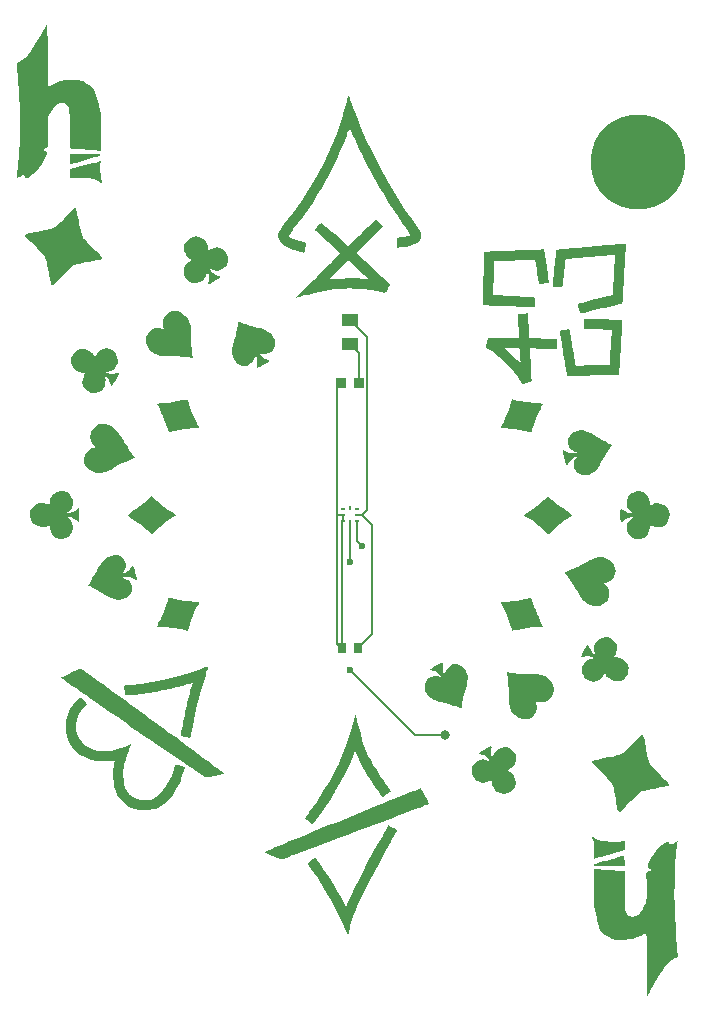
<source format=gtl>
G04 #@! TF.GenerationSoftware,KiCad,Pcbnew,9.0.3*
G04 #@! TF.CreationDate,2025-07-14T03:19:36-04:00*
G04 #@! TF.ProjectId,CHEAPSUITS,43484541-5053-4554-9954-532e6b696361,rev?*
G04 #@! TF.SameCoordinates,Original*
G04 #@! TF.FileFunction,Copper,L1,Top*
G04 #@! TF.FilePolarity,Positive*
%FSLAX46Y46*%
G04 Gerber Fmt 4.6, Leading zero omitted, Abs format (unit mm)*
G04 Created by KiCad (PCBNEW 9.0.3) date 2025-07-14 03:19:36*
%MOMM*%
%LPD*%
G01*
G04 APERTURE LIST*
G04 #@! TA.AperFunction,EtchedComponent*
%ADD10C,0.000000*%
G04 #@! TD*
G04 #@! TA.AperFunction,SMDPad,CuDef*
%ADD11R,1.399500X1.000000*%
G04 #@! TD*
G04 #@! TA.AperFunction,SMDPad,CuDef*
%ADD12R,0.400000X0.280000*%
G04 #@! TD*
G04 #@! TA.AperFunction,SMDPad,CuDef*
%ADD13R,0.400000X0.220000*%
G04 #@! TD*
G04 #@! TA.AperFunction,SMDPad,CuDef*
%ADD14R,0.220000X0.400000*%
G04 #@! TD*
G04 #@! TA.AperFunction,SMDPad,CuDef*
%ADD15R,0.800000X0.900000*%
G04 #@! TD*
G04 #@! TA.AperFunction,SMDPad,CuDef*
%ADD16R,0.806500X0.864000*%
G04 #@! TD*
G04 #@! TA.AperFunction,ComponentPad*
%ADD17O,0.808000X0.808000*%
G04 #@! TD*
G04 #@! TA.AperFunction,ViaPad*
%ADD18C,8.000000*%
G04 #@! TD*
G04 #@! TA.AperFunction,ViaPad*
%ADD19C,0.600000*%
G04 #@! TD*
G04 #@! TA.AperFunction,Conductor*
%ADD20C,0.200000*%
G04 #@! TD*
G04 APERTURE END LIST*
D10*
G04 #@! TA.AperFunction,EtchedComponent*
G04 #@! TO.C,G\u002A\u002A\u002A*
G36*
X165836488Y-117203380D02*
G01*
X165911678Y-117256547D01*
X165939076Y-117278907D01*
X166133671Y-117413871D01*
X166363782Y-117517521D01*
X166637779Y-117591442D01*
X166964034Y-117637216D01*
X167350919Y-117656425D01*
X167806804Y-117650653D01*
X167888282Y-117647450D01*
X168577211Y-117618130D01*
X168565342Y-118003007D01*
X168553473Y-118387884D01*
X167691761Y-118624160D01*
X167404147Y-118702875D01*
X167111634Y-118782670D01*
X166834675Y-118857984D01*
X166593724Y-118923257D01*
X166409237Y-118972926D01*
X166393531Y-118977128D01*
X165957015Y-119093821D01*
X165978657Y-118592683D01*
X165979556Y-118150144D01*
X165940024Y-117765621D01*
X165858430Y-117424813D01*
X165838762Y-117365893D01*
X165807447Y-117262899D01*
X165796462Y-117198145D01*
X165798610Y-117189812D01*
X165836488Y-117203380D01*
G37*
G04 #@! TD.AperFunction*
G04 #@! TA.AperFunction,EtchedComponent*
G36*
X123216335Y-59401971D02*
G01*
X123501330Y-59403334D01*
X123721325Y-59406148D01*
X123884851Y-59410860D01*
X124000441Y-59417913D01*
X124076629Y-59427753D01*
X124121946Y-59440823D01*
X124144926Y-59457570D01*
X124151341Y-59469039D01*
X124164991Y-59535277D01*
X124159682Y-59553996D01*
X124118305Y-59568998D01*
X124009768Y-59603790D01*
X123845616Y-59654901D01*
X123637391Y-59718859D01*
X123396636Y-59792192D01*
X123134894Y-59871429D01*
X122863709Y-59953099D01*
X122594623Y-60033730D01*
X122339180Y-60109850D01*
X122108922Y-60177989D01*
X121915393Y-60234674D01*
X121770137Y-60276434D01*
X121684695Y-60299798D01*
X121667324Y-60303551D01*
X121645092Y-60268081D01*
X121621647Y-60179038D01*
X121616483Y-60150485D01*
X121603391Y-60029396D01*
X121594051Y-59863424D01*
X121590597Y-59699111D01*
X121590145Y-59401615D01*
X122857807Y-59401615D01*
X123216335Y-59401971D01*
G37*
G04 #@! TD.AperFunction*
G04 #@! TA.AperFunction,EtchedComponent*
G36*
X168502115Y-118891217D02*
G01*
X168520898Y-119001679D01*
X168539903Y-119149451D01*
X168556502Y-119312247D01*
X168568070Y-119467779D01*
X168571883Y-119567609D01*
X168573990Y-119721486D01*
X167306963Y-119721486D01*
X166944321Y-119721008D01*
X166655243Y-119719303D01*
X166431229Y-119715970D01*
X166263779Y-119710606D01*
X166144392Y-119702806D01*
X166064570Y-119692168D01*
X166015811Y-119678290D01*
X165989616Y-119660767D01*
X165988030Y-119658944D01*
X165952812Y-119600558D01*
X165953093Y-119579432D01*
X165998451Y-119560774D01*
X166110378Y-119523548D01*
X166277441Y-119471090D01*
X166488204Y-119406736D01*
X166731233Y-119333822D01*
X166995094Y-119255686D01*
X167268352Y-119175662D01*
X167539572Y-119097087D01*
X167797321Y-119023297D01*
X168030163Y-118957630D01*
X168226665Y-118903420D01*
X168375391Y-118864004D01*
X168464908Y-118842719D01*
X168486180Y-118840353D01*
X168502115Y-118891217D01*
G37*
G04 #@! TD.AperFunction*
G04 #@! TA.AperFunction,EtchedComponent*
G36*
X124189898Y-60087520D02*
G01*
X124182740Y-60191467D01*
X124168235Y-60334263D01*
X124165868Y-60354747D01*
X124148505Y-60784821D01*
X124190453Y-61240911D01*
X124261643Y-61591424D01*
X124298123Y-61741755D01*
X124322985Y-61857359D01*
X124332172Y-61918862D01*
X124331247Y-61923881D01*
X124295006Y-61906409D01*
X124214646Y-61851158D01*
X124141780Y-61796380D01*
X124009027Y-61712860D01*
X123835499Y-61628905D01*
X123669889Y-61566508D01*
X123566284Y-61535714D01*
X123469112Y-61512773D01*
X123364403Y-61496687D01*
X123238187Y-61486463D01*
X123076492Y-61481105D01*
X122865348Y-61479618D01*
X122590783Y-61481007D01*
X122482633Y-61481938D01*
X121590145Y-61490047D01*
X121590145Y-61111150D01*
X121590145Y-60732252D01*
X122882842Y-60381656D01*
X123194403Y-60297630D01*
X123479720Y-60221593D01*
X123729401Y-60155975D01*
X123934056Y-60103208D01*
X124084291Y-60065725D01*
X124170715Y-60045956D01*
X124188182Y-60043701D01*
X124189898Y-60087520D01*
G37*
G04 #@! TD.AperFunction*
G04 #@! TA.AperFunction,EtchedComponent*
G36*
X170059587Y-108607564D02*
G01*
X170103062Y-108629567D01*
X170140493Y-108677235D01*
X170174974Y-108759874D01*
X170209599Y-108886789D01*
X170247462Y-109067284D01*
X170291658Y-109310666D01*
X170342927Y-109612171D01*
X170392371Y-109895026D01*
X170443271Y-110164292D01*
X170492453Y-110404748D01*
X170536746Y-110601170D01*
X170572976Y-110738336D01*
X170585403Y-110775619D01*
X170652602Y-110930241D01*
X170739418Y-111083165D01*
X170853577Y-111243792D01*
X171002804Y-111421526D01*
X171194824Y-111625771D01*
X171437363Y-111865929D01*
X171639746Y-112058945D01*
X171832730Y-112243014D01*
X172006361Y-112412439D01*
X172151272Y-112557768D01*
X172258097Y-112669552D01*
X172317468Y-112738340D01*
X172325385Y-112750681D01*
X172342770Y-112805973D01*
X172333033Y-112853155D01*
X172288255Y-112895126D01*
X172200517Y-112934787D01*
X172061901Y-112975041D01*
X171864489Y-113018789D01*
X171600363Y-113068930D01*
X171323770Y-113117661D01*
X171046915Y-113166896D01*
X170785375Y-113216023D01*
X170554164Y-113262020D01*
X170368294Y-113301863D01*
X170242779Y-113332529D01*
X170214416Y-113341020D01*
X170055727Y-113403704D01*
X169896571Y-113489288D01*
X169728028Y-113604919D01*
X169541181Y-113757746D01*
X169327111Y-113954918D01*
X169076901Y-114203583D01*
X168866710Y-114421304D01*
X168675524Y-114619538D01*
X168500967Y-114796191D01*
X168351554Y-114942994D01*
X168235802Y-115051680D01*
X168162226Y-115113978D01*
X168141289Y-115125686D01*
X168070816Y-115098857D01*
X168022963Y-115061205D01*
X167971372Y-114998579D01*
X167958234Y-114968878D01*
X167951553Y-114922143D01*
X167932947Y-114806215D01*
X167904354Y-114632789D01*
X167867712Y-114413561D01*
X167824956Y-114160226D01*
X167798316Y-114003420D01*
X167740056Y-113666002D01*
X167686618Y-113383954D01*
X167631596Y-113146157D01*
X167568586Y-112941489D01*
X167491181Y-112758831D01*
X167392976Y-112587062D01*
X167267566Y-112415061D01*
X167108545Y-112231709D01*
X166909508Y-112025885D01*
X166664049Y-111786468D01*
X166365764Y-111502339D01*
X166347900Y-111485385D01*
X166139925Y-111284493D01*
X165989202Y-111129045D01*
X165890493Y-111011280D01*
X165838561Y-110923442D01*
X165828172Y-110857771D01*
X165854086Y-110806509D01*
X165876010Y-110786225D01*
X165930133Y-110767538D01*
X166052728Y-110738276D01*
X166231257Y-110701006D01*
X166453184Y-110658300D01*
X166705970Y-110612728D01*
X166809531Y-110594850D01*
X167184921Y-110528749D01*
X167490224Y-110469547D01*
X167736790Y-110414005D01*
X167935973Y-110358890D01*
X168099125Y-110300964D01*
X168237597Y-110236993D01*
X168362743Y-110163741D01*
X168393692Y-110143319D01*
X168482261Y-110073017D01*
X168615623Y-109953350D01*
X168782623Y-109794999D01*
X168972110Y-109608645D01*
X169172932Y-109404967D01*
X169271834Y-109302349D01*
X169463587Y-109104608D01*
X169639447Y-108928520D01*
X169790721Y-108782369D01*
X169908712Y-108674439D01*
X169984727Y-108613015D01*
X170006972Y-108601921D01*
X170059587Y-108607564D01*
G37*
G04 #@! TD.AperFunction*
G04 #@! TA.AperFunction,EtchedComponent*
G36*
X122067681Y-64013699D02*
G01*
X122109496Y-64059123D01*
X122149138Y-64147830D01*
X122189485Y-64287707D01*
X122233413Y-64486644D01*
X122283802Y-64752528D01*
X122331392Y-65022757D01*
X122393530Y-65375389D01*
X122446917Y-65658620D01*
X122494773Y-65884237D01*
X122540318Y-66064028D01*
X122586771Y-66209781D01*
X122637352Y-66333285D01*
X122695281Y-66446328D01*
X122741782Y-66525310D01*
X122805697Y-66609983D01*
X122919421Y-66740480D01*
X123073077Y-66906301D01*
X123256786Y-67096943D01*
X123460672Y-67301905D01*
X123607671Y-67445914D01*
X123840249Y-67672459D01*
X124019094Y-67849945D01*
X124150403Y-67985378D01*
X124240371Y-68085769D01*
X124295195Y-68158124D01*
X124321070Y-68209453D01*
X124324192Y-68246763D01*
X124322300Y-68254235D01*
X124310699Y-68288060D01*
X124293618Y-68315722D01*
X124261715Y-68339703D01*
X124205646Y-68362486D01*
X124116069Y-68386553D01*
X123983638Y-68414385D01*
X123799012Y-68448464D01*
X123552847Y-68491274D01*
X123235799Y-68545295D01*
X123210414Y-68549611D01*
X122874613Y-68607524D01*
X122593853Y-68660729D01*
X122357036Y-68715628D01*
X122153065Y-68778625D01*
X121970845Y-68856121D01*
X121799277Y-68954521D01*
X121627265Y-69080227D01*
X121443712Y-69239642D01*
X121237522Y-69439168D01*
X120997597Y-69685208D01*
X120712841Y-69984166D01*
X120699117Y-69998627D01*
X120498225Y-70206601D01*
X120342776Y-70357325D01*
X120225012Y-70456034D01*
X120137174Y-70507965D01*
X120071503Y-70518355D01*
X120020241Y-70492440D01*
X119999956Y-70470517D01*
X119981270Y-70416393D01*
X119952007Y-70293798D01*
X119914738Y-70115269D01*
X119872032Y-69893343D01*
X119826460Y-69640556D01*
X119808581Y-69536995D01*
X119742481Y-69161605D01*
X119683278Y-68856303D01*
X119627737Y-68609736D01*
X119572621Y-68410553D01*
X119514696Y-68247401D01*
X119450725Y-68108929D01*
X119377473Y-67983784D01*
X119357051Y-67952834D01*
X119286748Y-67864265D01*
X119167082Y-67730904D01*
X119008731Y-67563903D01*
X118822376Y-67374416D01*
X118618699Y-67173595D01*
X118516081Y-67074693D01*
X118318340Y-66882940D01*
X118142252Y-66707079D01*
X117996101Y-66555806D01*
X117888171Y-66437814D01*
X117826747Y-66361800D01*
X117815653Y-66339554D01*
X117821296Y-66286940D01*
X117843299Y-66243464D01*
X117890967Y-66206033D01*
X117973606Y-66171553D01*
X118100521Y-66136928D01*
X118281016Y-66099065D01*
X118524398Y-66054868D01*
X118825903Y-66003600D01*
X119108758Y-65954156D01*
X119378024Y-65903256D01*
X119618480Y-65854074D01*
X119814902Y-65809781D01*
X119952068Y-65773551D01*
X119989350Y-65761123D01*
X120141674Y-65695111D01*
X120292043Y-65610221D01*
X120449857Y-65498738D01*
X120624516Y-65352947D01*
X120825418Y-65165134D01*
X121061962Y-64927585D01*
X121271841Y-64708527D01*
X121456598Y-64515481D01*
X121626535Y-64341731D01*
X121772240Y-64196598D01*
X121884297Y-64089404D01*
X121953294Y-64029472D01*
X121966023Y-64021142D01*
X122020816Y-64003668D01*
X122067681Y-64013699D01*
G37*
G04 #@! TD.AperFunction*
G04 #@! TA.AperFunction,EtchedComponent*
G36*
X173029697Y-117869005D02*
G01*
X172937000Y-118732753D01*
X172865335Y-119578476D01*
X172814612Y-120418008D01*
X172784741Y-121263182D01*
X172775632Y-122125830D01*
X172787195Y-123017787D01*
X172819339Y-123950884D01*
X172871976Y-124936955D01*
X172945014Y-125987833D01*
X172965869Y-126254771D01*
X172988137Y-126538094D01*
X173007889Y-126796862D01*
X173024251Y-127018999D01*
X173036347Y-127192427D01*
X173043304Y-127305066D01*
X173044628Y-127342170D01*
X173003093Y-127407925D01*
X172883154Y-127488031D01*
X172795628Y-127532402D01*
X172604417Y-127640927D01*
X172411608Y-127787986D01*
X172213753Y-127978219D01*
X172007404Y-128216265D01*
X171789113Y-128506764D01*
X171555432Y-128854355D01*
X171302911Y-129263679D01*
X171028104Y-129739373D01*
X170727562Y-130286079D01*
X170671579Y-130390307D01*
X170462847Y-130780129D01*
X170458141Y-128359128D01*
X170456833Y-127913572D01*
X170454733Y-127486896D01*
X170451935Y-127087168D01*
X170448537Y-126722455D01*
X170444632Y-126400826D01*
X170440319Y-126130349D01*
X170435691Y-125919092D01*
X170430845Y-125775124D01*
X170426717Y-125712439D01*
X170402812Y-125580009D01*
X170361505Y-125502098D01*
X170291463Y-125476780D01*
X170181357Y-125502131D01*
X170019855Y-125576225D01*
X169923643Y-125626978D01*
X169615424Y-125769532D01*
X169289082Y-125870730D01*
X168927606Y-125934145D01*
X168513984Y-125963350D01*
X168307809Y-125966283D01*
X168057215Y-125964114D01*
X167870429Y-125956433D01*
X167729273Y-125941395D01*
X167615570Y-125917155D01*
X167523726Y-125886726D01*
X167406451Y-125831261D01*
X167254618Y-125744117D01*
X167083353Y-125635844D01*
X166907777Y-125516991D01*
X166743016Y-125398110D01*
X166604193Y-125289749D01*
X166506431Y-125202459D01*
X166465275Y-125148366D01*
X166449351Y-125089699D01*
X166416181Y-124963413D01*
X166368850Y-124781395D01*
X166310445Y-124555537D01*
X166244049Y-124297728D01*
X166195744Y-124109586D01*
X165947819Y-123142759D01*
X165947819Y-121550496D01*
X165947819Y-119958234D01*
X166163247Y-119982300D01*
X166265063Y-119991752D01*
X166434329Y-120005264D01*
X166656586Y-120021781D01*
X166917377Y-120040246D01*
X167202243Y-120059600D01*
X167384006Y-120071545D01*
X167667466Y-120090416D01*
X167927420Y-120108659D01*
X168151437Y-120125324D01*
X168327090Y-120139466D01*
X168441949Y-120150137D01*
X168479496Y-120155028D01*
X168569654Y-120173334D01*
X168582080Y-121804195D01*
X168585373Y-122214276D01*
X168588702Y-122550697D01*
X168592527Y-122821865D01*
X168597308Y-123036186D01*
X168603503Y-123202067D01*
X168611573Y-123327915D01*
X168621975Y-123422136D01*
X168635170Y-123493138D01*
X168651617Y-123549328D01*
X168671775Y-123599111D01*
X168681260Y-123619709D01*
X168788616Y-123808761D01*
X168906844Y-123927457D01*
X169051656Y-123987364D01*
X169198786Y-124000738D01*
X169448878Y-123963672D01*
X169678325Y-123851449D01*
X169888951Y-123662538D01*
X170082579Y-123395405D01*
X170216789Y-123144797D01*
X170292752Y-122974624D01*
X170351827Y-122811421D01*
X170395565Y-122642328D01*
X170425520Y-122454489D01*
X170443244Y-122235045D01*
X170450291Y-121971138D01*
X170448211Y-121649910D01*
X170439740Y-121298396D01*
X170410904Y-120310685D01*
X170628088Y-120171318D01*
X170845272Y-120031952D01*
X170670270Y-119955639D01*
X170586811Y-119916206D01*
X170536180Y-119875222D01*
X170517982Y-119817830D01*
X170531823Y-119729175D01*
X170577309Y-119594399D01*
X170654044Y-119398648D01*
X170655395Y-119395262D01*
X170814697Y-119050991D01*
X171009310Y-118719577D01*
X171229479Y-118412454D01*
X171465451Y-118141057D01*
X171707475Y-117916820D01*
X171945795Y-117751178D01*
X172128647Y-117668066D01*
X172253955Y-117646347D01*
X172325548Y-117684493D01*
X172348483Y-117781189D01*
X172381268Y-117838731D01*
X172427395Y-117872934D01*
X172487276Y-117887079D01*
X172572688Y-117869485D01*
X172701429Y-117815282D01*
X172781327Y-117776097D01*
X173056976Y-117637363D01*
X173029697Y-117869005D01*
G37*
G04 #@! TD.AperFunction*
G04 #@! TA.AperFunction,EtchedComponent*
G36*
X119677201Y-48445080D02*
G01*
X119682293Y-48559949D01*
X119687001Y-48743027D01*
X119691243Y-48987384D01*
X119694936Y-49286092D01*
X119697997Y-49632220D01*
X119700344Y-50018839D01*
X119701894Y-50439021D01*
X119702564Y-50885835D01*
X119702585Y-50981454D01*
X119702974Y-51538748D01*
X119704200Y-52018510D01*
X119706346Y-52425270D01*
X119709498Y-52763561D01*
X119713741Y-53037913D01*
X119719159Y-53252859D01*
X119725838Y-53412930D01*
X119733862Y-53522657D01*
X119743318Y-53586572D01*
X119751825Y-53607625D01*
X119827068Y-53650364D01*
X119927098Y-53641896D01*
X120065823Y-53579648D01*
X120140973Y-53535622D01*
X120438652Y-53388373D01*
X120793423Y-53272329D01*
X121184224Y-53193653D01*
X121390966Y-53169871D01*
X121642747Y-53156201D01*
X121908180Y-53155289D01*
X122166917Y-53165970D01*
X122398608Y-53187081D01*
X122582905Y-53217458D01*
X122671595Y-53243132D01*
X122749332Y-53283741D01*
X122876592Y-53361469D01*
X123036304Y-53465478D01*
X123211397Y-53584925D01*
X123226980Y-53595819D01*
X123665212Y-53902833D01*
X123941327Y-54980092D01*
X124217442Y-56057350D01*
X124216879Y-57611109D01*
X124216317Y-59164868D01*
X124000888Y-59140801D01*
X123899073Y-59131350D01*
X123729807Y-59117837D01*
X123507550Y-59101320D01*
X123246759Y-59082856D01*
X122961892Y-59063501D01*
X122780129Y-59051557D01*
X122496727Y-59032695D01*
X122236885Y-59014477D01*
X122013018Y-58997848D01*
X121837544Y-58983752D01*
X121722878Y-58973133D01*
X121685455Y-58968278D01*
X121596113Y-58950176D01*
X121581649Y-57360145D01*
X121577810Y-56955769D01*
X121574025Y-56624690D01*
X121569784Y-56358141D01*
X121564573Y-56147353D01*
X121557879Y-55983557D01*
X121549190Y-55857986D01*
X121537993Y-55761871D01*
X121523776Y-55686444D01*
X121506026Y-55622936D01*
X121484230Y-55562580D01*
X121475221Y-55539749D01*
X121366453Y-55327345D01*
X121234865Y-55190551D01*
X121070706Y-55123958D01*
X120864226Y-55122157D01*
X120756109Y-55140785D01*
X120555277Y-55222463D01*
X120356475Y-55374622D01*
X120168417Y-55585949D01*
X119999818Y-55845131D01*
X119859392Y-56140854D01*
X119764518Y-56428072D01*
X119743041Y-56526932D01*
X119726798Y-56647447D01*
X119715250Y-56800922D01*
X119707856Y-56998661D01*
X119704074Y-57251968D01*
X119703365Y-57572148D01*
X119703729Y-57698708D01*
X119704714Y-57982462D01*
X119705407Y-58240068D01*
X119705793Y-58459824D01*
X119705857Y-58630026D01*
X119705584Y-58738973D01*
X119705128Y-58773877D01*
X119672264Y-58822578D01*
X119590187Y-58896327D01*
X119511774Y-58954479D01*
X119320964Y-59085760D01*
X119480999Y-59166770D01*
X119580790Y-59218106D01*
X119643539Y-59251937D01*
X119652540Y-59257555D01*
X119644638Y-59297687D01*
X119613834Y-59397007D01*
X119565803Y-59537774D01*
X119537780Y-59616281D01*
X119389901Y-59960507D01*
X119201090Y-60299708D01*
X118982281Y-60619828D01*
X118744408Y-60906809D01*
X118498403Y-61146595D01*
X118255201Y-61325129D01*
X118173636Y-61370110D01*
X118014011Y-61446456D01*
X117911254Y-61482828D01*
X117850700Y-61479474D01*
X117817683Y-61436643D01*
X117801699Y-61376425D01*
X117765433Y-61278614D01*
X117699842Y-61234368D01*
X117594846Y-61243040D01*
X117440367Y-61303981D01*
X117353389Y-61347569D01*
X117213655Y-61419318D01*
X117132398Y-61455139D01*
X117095782Y-61457913D01*
X117089973Y-61430521D01*
X117095413Y-61401282D01*
X117107726Y-61320276D01*
X117126662Y-61159708D01*
X117151996Y-60921797D01*
X117183501Y-60608762D01*
X117220953Y-60222823D01*
X117264125Y-59766200D01*
X117290416Y-59483683D01*
X117304206Y-59284199D01*
X117315885Y-59013849D01*
X117325453Y-58683811D01*
X117332910Y-58305258D01*
X117338258Y-57889367D01*
X117341495Y-57447313D01*
X117342623Y-56990273D01*
X117341642Y-56529421D01*
X117338551Y-56075933D01*
X117333353Y-55640985D01*
X117326045Y-55235753D01*
X117316630Y-54871412D01*
X117305107Y-54559137D01*
X117291477Y-54310105D01*
X117290270Y-54292892D01*
X117259594Y-53868539D01*
X117229632Y-53462114D01*
X117201066Y-53082317D01*
X117174575Y-52737852D01*
X117150841Y-52437417D01*
X117130544Y-52189715D01*
X117114366Y-52003447D01*
X117102987Y-51887314D01*
X117100275Y-51864923D01*
X117095999Y-51789142D01*
X117119408Y-51736172D01*
X117186784Y-51686716D01*
X117299548Y-51628733D01*
X117539061Y-51485278D01*
X117782370Y-51285957D01*
X118032193Y-51027234D01*
X118291250Y-50705575D01*
X118562260Y-50317449D01*
X118847944Y-49859319D01*
X119151020Y-49327653D01*
X119338136Y-48979863D01*
X119443079Y-48784549D01*
X119536214Y-48617672D01*
X119610381Y-48491560D01*
X119658419Y-48418546D01*
X119671809Y-48405349D01*
X119677201Y-48445080D01*
G37*
G04 #@! TD.AperFunction*
G04 #@! TA.AperFunction,EtchedComponent*
G36*
X165001425Y-82842535D02*
G01*
X165213625Y-82887097D01*
X165445499Y-82968680D01*
X165706360Y-83090366D01*
X166005522Y-83255236D01*
X166236312Y-83394038D01*
X166446471Y-83520509D01*
X166662003Y-83644560D01*
X166865179Y-83756376D01*
X167038273Y-83846141D01*
X167136889Y-83892737D01*
X167276413Y-83955569D01*
X167389172Y-84009248D01*
X167459758Y-84046283D01*
X167475354Y-84057255D01*
X167463469Y-84095187D01*
X167416611Y-84175286D01*
X167343983Y-84282270D01*
X167319586Y-84315907D01*
X167233550Y-84441174D01*
X167127025Y-84608610D01*
X167013528Y-84796391D01*
X166906576Y-84982694D01*
X166906063Y-84983617D01*
X166736857Y-85286352D01*
X166596240Y-85533137D01*
X166478616Y-85731923D01*
X166378390Y-85890659D01*
X166289967Y-86017296D01*
X166207751Y-86119782D01*
X166126149Y-86206067D01*
X166039565Y-86284103D01*
X165942403Y-86361837D01*
X165928648Y-86372376D01*
X165740532Y-86483844D01*
X165513468Y-86570160D01*
X165279423Y-86621085D01*
X165123819Y-86630072D01*
X164950975Y-86597524D01*
X164763540Y-86518554D01*
X164586644Y-86407349D01*
X164445419Y-86278096D01*
X164403980Y-86223665D01*
X164309740Y-86029175D01*
X164263335Y-85816647D01*
X164262987Y-85601653D01*
X164306914Y-85399768D01*
X164393335Y-85226564D01*
X164520467Y-85097614D01*
X164533796Y-85088743D01*
X164583991Y-85046696D01*
X164575585Y-85027088D01*
X164519051Y-85030447D01*
X164424863Y-85057301D01*
X164365576Y-85080266D01*
X164116763Y-85223109D01*
X163907492Y-85424195D01*
X163801577Y-85574269D01*
X163737630Y-85667281D01*
X163682487Y-85725453D01*
X163656116Y-85736337D01*
X163631453Y-85698796D01*
X163595529Y-85606053D01*
X163551965Y-85471868D01*
X163504385Y-85310000D01*
X163456407Y-85134208D01*
X163411657Y-84958251D01*
X163373753Y-84795890D01*
X163346320Y-84660882D01*
X163332979Y-84566989D01*
X163337351Y-84527968D01*
X163337975Y-84527735D01*
X163389355Y-84537765D01*
X163481643Y-84574699D01*
X163569499Y-84617567D01*
X163711696Y-84679837D01*
X163863589Y-84728095D01*
X163938953Y-84743697D01*
X164041732Y-84751122D01*
X164166834Y-84749965D01*
X164294830Y-84741894D01*
X164406289Y-84728581D01*
X164481779Y-84711693D01*
X164503037Y-84695231D01*
X164468824Y-84676355D01*
X164385114Y-84645275D01*
X164300691Y-84618185D01*
X164102584Y-84527430D01*
X163949292Y-84386250D01*
X163836174Y-84189286D01*
X163778528Y-84015811D01*
X163739758Y-83781300D01*
X163759223Y-83574048D01*
X163840309Y-83373953D01*
X163903734Y-83272177D01*
X164076229Y-83083452D01*
X164297972Y-82944213D01*
X164561293Y-82859099D01*
X164598800Y-82852144D01*
X164799588Y-82831911D01*
X165001425Y-82842535D01*
G37*
G04 #@! TD.AperFunction*
G04 #@! TA.AperFunction,EtchedComponent*
G36*
X125649025Y-93402476D02*
G01*
X125836460Y-93481446D01*
X126013356Y-93592651D01*
X126154581Y-93721904D01*
X126196020Y-93776335D01*
X126290260Y-93970825D01*
X126336665Y-94183353D01*
X126337013Y-94398347D01*
X126293086Y-94600232D01*
X126206665Y-94773436D01*
X126079533Y-94902386D01*
X126066204Y-94911257D01*
X126016009Y-94953304D01*
X126024415Y-94972912D01*
X126080949Y-94969553D01*
X126175137Y-94942699D01*
X126234424Y-94919734D01*
X126483237Y-94776891D01*
X126692508Y-94575805D01*
X126798423Y-94425731D01*
X126862370Y-94332719D01*
X126917513Y-94274547D01*
X126943884Y-94263663D01*
X126968547Y-94301204D01*
X127004471Y-94393947D01*
X127048035Y-94528132D01*
X127095615Y-94690000D01*
X127143593Y-94865792D01*
X127188343Y-95041749D01*
X127226247Y-95204110D01*
X127253680Y-95339118D01*
X127267021Y-95433011D01*
X127262649Y-95472032D01*
X127262025Y-95472265D01*
X127210645Y-95462235D01*
X127118357Y-95425301D01*
X127030501Y-95382433D01*
X126888304Y-95320163D01*
X126736411Y-95271905D01*
X126661047Y-95256303D01*
X126558268Y-95248878D01*
X126433166Y-95250035D01*
X126305170Y-95258106D01*
X126193711Y-95271419D01*
X126118221Y-95288307D01*
X126096963Y-95304769D01*
X126131176Y-95323645D01*
X126214886Y-95354725D01*
X126299309Y-95381815D01*
X126497416Y-95472570D01*
X126650708Y-95613750D01*
X126763826Y-95810714D01*
X126821472Y-95984189D01*
X126860242Y-96218700D01*
X126840777Y-96425952D01*
X126759691Y-96626047D01*
X126696266Y-96727823D01*
X126523771Y-96916548D01*
X126302028Y-97055787D01*
X126038707Y-97140901D01*
X126001200Y-97147856D01*
X125800412Y-97168089D01*
X125598575Y-97157465D01*
X125386375Y-97112903D01*
X125154501Y-97031320D01*
X124893640Y-96909634D01*
X124594478Y-96744764D01*
X124363688Y-96605962D01*
X124153529Y-96479491D01*
X123937997Y-96355440D01*
X123734821Y-96243624D01*
X123561727Y-96153859D01*
X123463111Y-96107263D01*
X123323587Y-96044431D01*
X123210828Y-95990752D01*
X123140242Y-95953717D01*
X123124646Y-95942745D01*
X123136531Y-95904813D01*
X123183389Y-95824714D01*
X123256017Y-95717730D01*
X123280414Y-95684093D01*
X123366450Y-95558826D01*
X123472975Y-95391390D01*
X123586472Y-95203609D01*
X123693424Y-95017306D01*
X123693937Y-95016383D01*
X123863143Y-94713648D01*
X124003760Y-94466863D01*
X124121384Y-94268077D01*
X124221610Y-94109341D01*
X124310033Y-93982704D01*
X124392249Y-93880218D01*
X124473851Y-93793933D01*
X124560435Y-93715897D01*
X124657597Y-93638163D01*
X124671352Y-93627624D01*
X124859468Y-93516156D01*
X125086532Y-93429840D01*
X125320577Y-93378915D01*
X125476181Y-93369928D01*
X125649025Y-93402476D01*
G37*
G04 #@! TD.AperFunction*
G04 #@! TA.AperFunction,EtchedComponent*
G36*
X135911146Y-73670089D02*
G01*
X136000643Y-73694619D01*
X136122779Y-73737083D01*
X136161584Y-73751943D01*
X136304851Y-73802626D01*
X136494152Y-73862185D01*
X136704910Y-73923214D01*
X136912546Y-73978303D01*
X136913570Y-73978559D01*
X137249784Y-74063646D01*
X137524554Y-74135599D01*
X137747010Y-74197765D01*
X137926278Y-74253492D01*
X138071485Y-74306126D01*
X138191758Y-74359016D01*
X138296223Y-74415505D01*
X138394010Y-74478941D01*
X138494242Y-74552674D01*
X138507982Y-74563232D01*
X138664340Y-74716088D01*
X138806483Y-74913075D01*
X138916248Y-75125965D01*
X138965203Y-75273941D01*
X138978499Y-75449319D01*
X138950731Y-75650807D01*
X138889100Y-75850457D01*
X138800803Y-76020323D01*
X138758952Y-76074438D01*
X138595480Y-76215804D01*
X138402204Y-76315634D01*
X138194626Y-76371615D01*
X137988251Y-76381437D01*
X137798581Y-76342789D01*
X137641121Y-76253363D01*
X137629102Y-76242785D01*
X137575497Y-76205183D01*
X137558732Y-76218377D01*
X137576609Y-76272115D01*
X137626926Y-76356144D01*
X137664453Y-76407467D01*
X137866826Y-76610831D01*
X138115223Y-76760926D01*
X138287597Y-76824390D01*
X138393990Y-76862085D01*
X138464452Y-76900293D01*
X138481790Y-76922949D01*
X138451912Y-76956488D01*
X138371627Y-77015191D01*
X138253289Y-77092000D01*
X138109251Y-77179854D01*
X137951867Y-77271695D01*
X137793488Y-77360461D01*
X137646469Y-77439096D01*
X137523162Y-77500537D01*
X137435921Y-77537725D01*
X137397098Y-77543601D01*
X137396711Y-77543059D01*
X137393101Y-77490833D01*
X137404891Y-77392131D01*
X137423560Y-77296173D01*
X137446905Y-77142705D01*
X137454205Y-76983497D01*
X137449770Y-76906663D01*
X137430341Y-76805465D01*
X137396845Y-76684925D01*
X137355921Y-76563379D01*
X137314214Y-76459164D01*
X137278363Y-76390617D01*
X137256960Y-76374344D01*
X137247582Y-76412277D01*
X137239227Y-76501178D01*
X137234910Y-76589736D01*
X137198521Y-76804582D01*
X137101827Y-76989191D01*
X136940851Y-77149432D01*
X136788207Y-77250013D01*
X136571721Y-77348158D01*
X136366493Y-77382997D01*
X136152230Y-77356462D01*
X136037506Y-77321540D01*
X135810567Y-77203768D01*
X135618681Y-77025618D01*
X135468315Y-76793299D01*
X135451889Y-76758870D01*
X135380378Y-76570160D01*
X135338401Y-76372451D01*
X135326523Y-76155948D01*
X135345313Y-75910860D01*
X135395336Y-75627393D01*
X135477160Y-75295753D01*
X135551499Y-75036902D01*
X135619268Y-74801171D01*
X135683308Y-74560877D01*
X135738728Y-74335683D01*
X135780635Y-74145255D01*
X135800119Y-74037939D01*
X135824699Y-73886907D01*
X135847364Y-73764097D01*
X135864869Y-73686331D01*
X135871430Y-73668426D01*
X135911146Y-73670089D01*
G37*
G04 #@! TD.AperFunction*
G04 #@! TA.AperFunction,EtchedComponent*
G36*
X153203289Y-102456941D02*
G01*
X153206899Y-102509167D01*
X153195109Y-102607869D01*
X153176440Y-102703827D01*
X153153095Y-102857295D01*
X153145795Y-103016503D01*
X153150230Y-103093337D01*
X153169659Y-103194535D01*
X153203155Y-103315075D01*
X153244079Y-103436621D01*
X153285786Y-103540836D01*
X153321637Y-103609383D01*
X153343040Y-103625656D01*
X153352418Y-103587723D01*
X153360773Y-103498822D01*
X153365090Y-103410264D01*
X153401479Y-103195418D01*
X153498173Y-103010809D01*
X153659149Y-102850568D01*
X153811793Y-102749987D01*
X154028279Y-102651842D01*
X154233507Y-102617003D01*
X154447770Y-102643538D01*
X154562494Y-102678460D01*
X154789433Y-102796232D01*
X154981319Y-102974382D01*
X155131685Y-103206701D01*
X155148111Y-103241130D01*
X155219622Y-103429840D01*
X155261599Y-103627549D01*
X155273477Y-103844052D01*
X155254687Y-104089140D01*
X155204664Y-104372607D01*
X155122840Y-104704247D01*
X155048501Y-104963098D01*
X154980732Y-105198829D01*
X154916692Y-105439123D01*
X154861272Y-105664317D01*
X154819365Y-105854745D01*
X154799881Y-105962061D01*
X154775301Y-106113093D01*
X154752636Y-106235903D01*
X154735131Y-106313669D01*
X154728570Y-106331574D01*
X154688854Y-106329911D01*
X154599357Y-106305381D01*
X154477221Y-106262917D01*
X154438416Y-106248057D01*
X154295149Y-106197374D01*
X154105848Y-106137815D01*
X153895090Y-106076786D01*
X153687455Y-106021697D01*
X153686430Y-106021441D01*
X153350216Y-105936354D01*
X153075446Y-105864401D01*
X152852990Y-105802235D01*
X152673722Y-105746508D01*
X152528515Y-105693874D01*
X152408242Y-105640984D01*
X152303777Y-105584495D01*
X152205990Y-105521059D01*
X152105758Y-105447326D01*
X152092018Y-105436768D01*
X151935660Y-105283912D01*
X151793517Y-105086925D01*
X151683752Y-104874035D01*
X151634797Y-104726059D01*
X151621501Y-104550681D01*
X151649269Y-104349193D01*
X151710900Y-104149543D01*
X151799197Y-103979677D01*
X151841048Y-103925562D01*
X152004520Y-103784196D01*
X152197796Y-103684366D01*
X152405374Y-103628385D01*
X152611749Y-103618563D01*
X152801419Y-103657211D01*
X152958879Y-103746637D01*
X152970898Y-103757215D01*
X153024503Y-103794817D01*
X153041268Y-103781623D01*
X153023391Y-103727885D01*
X152973074Y-103643856D01*
X152935547Y-103592533D01*
X152733174Y-103389169D01*
X152484777Y-103239074D01*
X152312403Y-103175610D01*
X152206010Y-103137915D01*
X152135548Y-103099707D01*
X152118210Y-103077051D01*
X152148088Y-103043512D01*
X152228373Y-102984809D01*
X152346711Y-102908000D01*
X152490749Y-102820146D01*
X152648133Y-102728305D01*
X152806512Y-102639539D01*
X152953531Y-102560904D01*
X153076838Y-102499463D01*
X153164079Y-102462275D01*
X153202902Y-102456399D01*
X153203289Y-102456941D01*
G37*
G04 #@! TD.AperFunction*
G04 #@! TA.AperFunction,EtchedComponent*
G04 #@! TO.C,G\u002A\u002A\u002A44*
G36*
X132517569Y-66422654D02*
G01*
X132774210Y-66525961D01*
X132809064Y-66545038D01*
X132894697Y-66598255D01*
X132961912Y-66656918D01*
X133025981Y-66738498D01*
X133102171Y-66860471D01*
X133137138Y-66920456D01*
X133217388Y-67064391D01*
X133266012Y-67169534D01*
X133290529Y-67258080D01*
X133298459Y-67352222D01*
X133298664Y-67397192D01*
X133297138Y-67591512D01*
X133551206Y-67463802D01*
X133802024Y-67364986D01*
X134035565Y-67333372D01*
X134262812Y-67369436D01*
X134494751Y-67473650D01*
X134549174Y-67506835D01*
X134649123Y-67581333D01*
X134732919Y-67673828D01*
X134820042Y-67806696D01*
X134840082Y-67840951D01*
X134914484Y-67978695D01*
X134956538Y-68087794D01*
X134975581Y-68198880D01*
X134980365Y-68301332D01*
X134952055Y-68566196D01*
X134857759Y-68802763D01*
X134699753Y-69007061D01*
X134480315Y-69175118D01*
X134478936Y-69175939D01*
X134267154Y-69272122D01*
X134050990Y-69307178D01*
X133819235Y-69281171D01*
X133560683Y-69194159D01*
X133530528Y-69181045D01*
X133474912Y-69158060D01*
X133457399Y-69161750D01*
X133479576Y-69202460D01*
X133543030Y-69290529D01*
X133548470Y-69297934D01*
X133732180Y-69499021D01*
X133951137Y-69643550D01*
X134147375Y-69721216D01*
X134258839Y-69762700D01*
X134335470Y-69804051D01*
X134359138Y-69832182D01*
X134328597Y-69866303D01*
X134246834Y-69926199D01*
X134126955Y-70004288D01*
X133982067Y-70092996D01*
X133825277Y-70184740D01*
X133669693Y-70271942D01*
X133528421Y-70347023D01*
X133414567Y-70402405D01*
X133341239Y-70430507D01*
X133322725Y-70431484D01*
X133310297Y-70388350D01*
X133314673Y-70295194D01*
X133334697Y-70173294D01*
X133360293Y-69922124D01*
X133332537Y-69683510D01*
X133253863Y-69477878D01*
X133251317Y-69473428D01*
X133187007Y-69362040D01*
X133158114Y-69534734D01*
X133081057Y-69783310D01*
X132941575Y-69998570D01*
X132767717Y-70155861D01*
X132528154Y-70284414D01*
X132277705Y-70343545D01*
X132024418Y-70332899D01*
X131776338Y-70252128D01*
X131685185Y-70203021D01*
X131574675Y-70130286D01*
X131493632Y-70056017D01*
X131420248Y-69956888D01*
X131356964Y-69851930D01*
X131277443Y-69701852D01*
X131233196Y-69580592D01*
X131214588Y-69460094D01*
X131213066Y-69432938D01*
X131226866Y-69169062D01*
X131296634Y-68945589D01*
X131427306Y-68753017D01*
X131623815Y-68581847D01*
X131672382Y-68548733D01*
X131907615Y-68394137D01*
X131735244Y-68283992D01*
X131540429Y-68119876D01*
X131390861Y-67912761D01*
X131292999Y-67677779D01*
X131253300Y-67430064D01*
X131273933Y-67202877D01*
X131354496Y-66960823D01*
X131481418Y-66766113D01*
X131664793Y-66605213D01*
X131767756Y-66540612D01*
X132019518Y-66430002D01*
X132267729Y-66390676D01*
X132517569Y-66422654D01*
G37*
G04 #@! TD.AperFunction*
G04 #@! TA.AperFunction,EtchedComponent*
G04 #@! TO.C,G\u002A\u002A\u002A40*
G36*
X169889990Y-88005184D02*
G01*
X170017128Y-88027495D01*
X170130786Y-88071629D01*
X170155065Y-88083889D01*
X170376688Y-88227778D01*
X170535338Y-88399935D01*
X170636774Y-88609386D01*
X170686757Y-88865153D01*
X170691151Y-88923770D01*
X170707419Y-89204786D01*
X170888993Y-89110581D01*
X171128529Y-89023924D01*
X171382680Y-88997952D01*
X171635111Y-89030692D01*
X171869488Y-89120169D01*
X172055921Y-89251632D01*
X172225265Y-89442428D01*
X172330427Y-89649701D01*
X172378083Y-89888958D01*
X172382548Y-90010427D01*
X172352458Y-90283764D01*
X172262410Y-90518385D01*
X172109796Y-90718763D01*
X171892009Y-90889367D01*
X171858061Y-90910014D01*
X171769157Y-90957565D01*
X171684746Y-90986444D01*
X171582061Y-91001139D01*
X171438334Y-91006135D01*
X171368902Y-91006425D01*
X171204126Y-91003956D01*
X171088757Y-90993494D01*
X170999816Y-90970453D01*
X170914322Y-90930250D01*
X170875274Y-90907943D01*
X170707751Y-90809461D01*
X170691317Y-91093345D01*
X170651485Y-91359968D01*
X170562093Y-91578027D01*
X170417237Y-91756797D01*
X170211016Y-91905555D01*
X170155065Y-91936094D01*
X170040574Y-91985404D01*
X169918572Y-92011726D01*
X169759944Y-92020743D01*
X169720258Y-92020970D01*
X169563767Y-92016532D01*
X169448258Y-91998403D01*
X169342533Y-91959351D01*
X169251415Y-91912268D01*
X169036191Y-91755319D01*
X168878466Y-91555373D01*
X168780542Y-91316387D01*
X168744719Y-91042319D01*
X168744698Y-91040715D01*
X168767292Y-90809215D01*
X168845014Y-90604483D01*
X168983415Y-90416781D01*
X169188045Y-90236374D01*
X169214480Y-90216816D01*
X169262193Y-90180144D01*
X169267754Y-90163132D01*
X169221410Y-90161983D01*
X169113413Y-90172901D01*
X169104280Y-90173910D01*
X168838278Y-90232464D01*
X168603634Y-90349822D01*
X168438254Y-90480936D01*
X168346596Y-90556724D01*
X168272470Y-90602413D01*
X168236274Y-90608845D01*
X168221995Y-90565335D01*
X168211005Y-90464578D01*
X168203317Y-90321715D01*
X168198938Y-90151885D01*
X168197880Y-89970229D01*
X168200153Y-89791888D01*
X168205767Y-89632002D01*
X168214732Y-89505711D01*
X168227059Y-89428156D01*
X168235469Y-89411634D01*
X168279039Y-89422438D01*
X168357526Y-89472806D01*
X168453083Y-89551097D01*
X168657804Y-89698849D01*
X168878328Y-89794119D01*
X169095747Y-89828801D01*
X169100874Y-89828821D01*
X169229494Y-89828821D01*
X169094383Y-89717452D01*
X168917639Y-89526430D01*
X168800959Y-89298005D01*
X168751670Y-89068795D01*
X168760121Y-88797050D01*
X168834137Y-88550590D01*
X168970000Y-88336560D01*
X169163990Y-88162102D01*
X169252094Y-88107714D01*
X169370340Y-88048377D01*
X169475180Y-88015326D01*
X169597720Y-88001338D01*
X169720258Y-87999012D01*
X169889990Y-88005184D01*
G37*
G04 #@! TD.AperFunction*
G04 #@! TA.AperFunction,EtchedComponent*
G04 #@! TO.C,G\u002A\u002A\u002A39*
G36*
X167121337Y-100345015D02*
G01*
X167228657Y-100368812D01*
X167341774Y-100417968D01*
X167449058Y-100477222D01*
X167592964Y-100567433D01*
X167691913Y-100650324D01*
X167768277Y-100745374D01*
X167783173Y-100768131D01*
X167903160Y-101003554D01*
X167954476Y-101231972D01*
X167937597Y-101464080D01*
X167853000Y-101710572D01*
X167827497Y-101763533D01*
X167701077Y-102015034D01*
X167905427Y-102024237D01*
X168156200Y-102068958D01*
X168389287Y-102173541D01*
X168591529Y-102328110D01*
X168749767Y-102522788D01*
X168845491Y-102729854D01*
X168896749Y-102979761D01*
X168884186Y-103211845D01*
X168805829Y-103442876D01*
X168748961Y-103550304D01*
X168586234Y-103771976D01*
X168390939Y-103930139D01*
X168158583Y-104027365D01*
X167884672Y-104066219D01*
X167844948Y-104067125D01*
X167744180Y-104063854D01*
X167656638Y-104046658D01*
X167560363Y-104008042D01*
X167433394Y-103940505D01*
X167373119Y-103906040D01*
X167231653Y-103821514D01*
X167136972Y-103754769D01*
X167071467Y-103690345D01*
X167017528Y-103612781D01*
X166994865Y-103573938D01*
X166899027Y-103404889D01*
X166742853Y-103642523D01*
X166575046Y-103853509D01*
X166388601Y-103997658D01*
X166173767Y-104080049D01*
X165920795Y-104105767D01*
X165857071Y-104104239D01*
X165733263Y-104089697D01*
X165614446Y-104051491D01*
X165472561Y-103979986D01*
X165438079Y-103960340D01*
X165304773Y-103878251D01*
X165213803Y-103804796D01*
X165141769Y-103718114D01*
X165086400Y-103631780D01*
X164978485Y-103388246D01*
X164941864Y-103136225D01*
X164976552Y-102880295D01*
X165082563Y-102625034D01*
X165083346Y-102623634D01*
X165218663Y-102434446D01*
X165388339Y-102296004D01*
X165602048Y-102202650D01*
X165869467Y-102148728D01*
X165902139Y-102145008D01*
X165961796Y-102137105D01*
X165975118Y-102125153D01*
X165935557Y-102100986D01*
X165836570Y-102056443D01*
X165828156Y-102052750D01*
X165568515Y-101970458D01*
X165306628Y-101954771D01*
X165097848Y-101985629D01*
X164980576Y-102005435D01*
X164893536Y-102007940D01*
X164858973Y-101995412D01*
X164868362Y-101950592D01*
X164909223Y-101857839D01*
X164973997Y-101730272D01*
X165055119Y-101581005D01*
X165145031Y-101423157D01*
X165236170Y-101269846D01*
X165320975Y-101134188D01*
X165391884Y-101029299D01*
X165441337Y-100968298D01*
X165456882Y-100958194D01*
X165489212Y-100989336D01*
X165532000Y-101072199D01*
X165575609Y-101187780D01*
X165679027Y-101418097D01*
X165822371Y-101610865D01*
X165993321Y-101749610D01*
X165997751Y-101752191D01*
X166109139Y-101816501D01*
X166047814Y-101652497D01*
X165990260Y-101398696D01*
X166003425Y-101142534D01*
X166075344Y-100919387D01*
X166218536Y-100688275D01*
X166405865Y-100511842D01*
X166630541Y-100394418D01*
X166885770Y-100340328D01*
X166989265Y-100337279D01*
X167121337Y-100345015D01*
G37*
G04 #@! TD.AperFunction*
G04 #@! TA.AperFunction,EtchedComponent*
G04 #@! TO.C,G\u002A\u002A\u002A38*
G36*
X157289703Y-109611650D02*
G01*
X157285327Y-109704806D01*
X157265303Y-109826706D01*
X157239707Y-110077876D01*
X157267463Y-110316490D01*
X157346137Y-110522122D01*
X157348683Y-110526572D01*
X157412993Y-110637960D01*
X157441886Y-110465266D01*
X157518943Y-110216690D01*
X157658425Y-110001430D01*
X157832283Y-109844139D01*
X158071846Y-109715586D01*
X158322295Y-109656455D01*
X158575582Y-109667101D01*
X158823662Y-109747872D01*
X158914815Y-109796979D01*
X159025325Y-109869714D01*
X159106368Y-109943983D01*
X159179752Y-110043112D01*
X159243036Y-110148070D01*
X159322557Y-110298148D01*
X159366804Y-110419408D01*
X159385412Y-110539906D01*
X159386934Y-110567062D01*
X159373134Y-110830938D01*
X159303366Y-111054411D01*
X159172694Y-111246983D01*
X158976185Y-111418153D01*
X158927618Y-111451267D01*
X158692385Y-111605863D01*
X158864756Y-111716008D01*
X159059571Y-111880124D01*
X159209139Y-112087239D01*
X159307001Y-112322221D01*
X159346700Y-112569936D01*
X159326067Y-112797123D01*
X159245504Y-113039177D01*
X159118582Y-113233887D01*
X158935207Y-113394787D01*
X158832244Y-113459388D01*
X158580482Y-113569998D01*
X158332271Y-113609324D01*
X158082431Y-113577346D01*
X157825790Y-113474039D01*
X157790936Y-113454962D01*
X157705303Y-113401745D01*
X157638088Y-113343082D01*
X157574019Y-113261502D01*
X157497829Y-113139529D01*
X157462862Y-113079544D01*
X157382612Y-112935609D01*
X157333988Y-112830466D01*
X157309471Y-112741920D01*
X157301541Y-112647778D01*
X157301336Y-112602808D01*
X157302862Y-112408488D01*
X157048794Y-112536198D01*
X156797976Y-112635014D01*
X156564435Y-112666628D01*
X156337188Y-112630564D01*
X156105249Y-112526350D01*
X156050826Y-112493165D01*
X155950877Y-112418667D01*
X155867081Y-112326172D01*
X155779958Y-112193304D01*
X155759918Y-112159049D01*
X155685516Y-112021305D01*
X155643462Y-111912206D01*
X155624419Y-111801120D01*
X155619635Y-111698668D01*
X155647945Y-111433804D01*
X155742241Y-111197237D01*
X155900247Y-110992939D01*
X156119685Y-110824882D01*
X156121064Y-110824061D01*
X156332846Y-110727878D01*
X156549010Y-110692822D01*
X156780765Y-110718829D01*
X157039317Y-110805841D01*
X157069472Y-110818955D01*
X157125088Y-110841940D01*
X157142601Y-110838250D01*
X157120424Y-110797540D01*
X157056970Y-110709471D01*
X157051530Y-110702066D01*
X156867820Y-110500979D01*
X156648863Y-110356450D01*
X156452625Y-110278784D01*
X156341161Y-110237300D01*
X156264530Y-110195949D01*
X156240862Y-110167818D01*
X156271403Y-110133697D01*
X156353166Y-110073801D01*
X156473045Y-109995712D01*
X156617933Y-109907004D01*
X156774723Y-109815260D01*
X156930307Y-109728058D01*
X157071579Y-109652977D01*
X157185433Y-109597595D01*
X157258761Y-109569493D01*
X157277275Y-109568516D01*
X157289703Y-109611650D01*
G37*
G04 #@! TD.AperFunction*
G04 #@! TA.AperFunction,EtchedComponent*
G04 #@! TO.C,G\u002A\u002A\u002A34*
G36*
X121036233Y-87983468D02*
G01*
X121151742Y-88001597D01*
X121257467Y-88040649D01*
X121348585Y-88087732D01*
X121563809Y-88244681D01*
X121721534Y-88444627D01*
X121819458Y-88683613D01*
X121855281Y-88957681D01*
X121855302Y-88959285D01*
X121832708Y-89190785D01*
X121754986Y-89395517D01*
X121616585Y-89583219D01*
X121411955Y-89763626D01*
X121385520Y-89783184D01*
X121337807Y-89819856D01*
X121332246Y-89836868D01*
X121378590Y-89838017D01*
X121486587Y-89827099D01*
X121495720Y-89826090D01*
X121761722Y-89767536D01*
X121996366Y-89650178D01*
X122161746Y-89519064D01*
X122253404Y-89443276D01*
X122327530Y-89397587D01*
X122363726Y-89391155D01*
X122378005Y-89434665D01*
X122388995Y-89535422D01*
X122396683Y-89678285D01*
X122401062Y-89848115D01*
X122402120Y-90029771D01*
X122399847Y-90208112D01*
X122394233Y-90367998D01*
X122385268Y-90494289D01*
X122372941Y-90571844D01*
X122364531Y-90588366D01*
X122320961Y-90577562D01*
X122242474Y-90527194D01*
X122146917Y-90448903D01*
X121942196Y-90301151D01*
X121721672Y-90205881D01*
X121504253Y-90171199D01*
X121499126Y-90171179D01*
X121370506Y-90171179D01*
X121505617Y-90282548D01*
X121682361Y-90473570D01*
X121799041Y-90701995D01*
X121848330Y-90931205D01*
X121839879Y-91202950D01*
X121765863Y-91449410D01*
X121630000Y-91663440D01*
X121436010Y-91837898D01*
X121347906Y-91892286D01*
X121229660Y-91951623D01*
X121124820Y-91984674D01*
X121002280Y-91998662D01*
X120879742Y-92000988D01*
X120710010Y-91994816D01*
X120582872Y-91972505D01*
X120469214Y-91928371D01*
X120444935Y-91916111D01*
X120223312Y-91772222D01*
X120064662Y-91600065D01*
X119963226Y-91390614D01*
X119913243Y-91134847D01*
X119908849Y-91076230D01*
X119892581Y-90795214D01*
X119711007Y-90889419D01*
X119471471Y-90976076D01*
X119217320Y-91002048D01*
X118964889Y-90969308D01*
X118730512Y-90879831D01*
X118544079Y-90748368D01*
X118374735Y-90557572D01*
X118269573Y-90350299D01*
X118221917Y-90111042D01*
X118217452Y-89989573D01*
X118247542Y-89716236D01*
X118337590Y-89481615D01*
X118490204Y-89281237D01*
X118707991Y-89110633D01*
X118741939Y-89089986D01*
X118830843Y-89042435D01*
X118915254Y-89013556D01*
X119017939Y-88998861D01*
X119161666Y-88993865D01*
X119231098Y-88993575D01*
X119395874Y-88996044D01*
X119511243Y-89006506D01*
X119600184Y-89029547D01*
X119685678Y-89069750D01*
X119724726Y-89092057D01*
X119892249Y-89190539D01*
X119908683Y-88906655D01*
X119948515Y-88640032D01*
X120037907Y-88421973D01*
X120182763Y-88243203D01*
X120388984Y-88094445D01*
X120444935Y-88063906D01*
X120559426Y-88014596D01*
X120681428Y-87988274D01*
X120840056Y-87979257D01*
X120879742Y-87979030D01*
X121036233Y-87983468D01*
G37*
G04 #@! TD.AperFunction*
G04 #@! TA.AperFunction,EtchedComponent*
G04 #@! TO.C,G\u002A\u002A\u002A*
G36*
X124742929Y-75895761D02*
G01*
X124866737Y-75910303D01*
X124985554Y-75948509D01*
X125127439Y-76020014D01*
X125161921Y-76039660D01*
X125295227Y-76121749D01*
X125386197Y-76195204D01*
X125458231Y-76281886D01*
X125513600Y-76368220D01*
X125621515Y-76611754D01*
X125658136Y-76863775D01*
X125623448Y-77119705D01*
X125517437Y-77374966D01*
X125516654Y-77376366D01*
X125381337Y-77565554D01*
X125211661Y-77703996D01*
X124997952Y-77797350D01*
X124730533Y-77851272D01*
X124697861Y-77854992D01*
X124638204Y-77862895D01*
X124624882Y-77874847D01*
X124664443Y-77899014D01*
X124763430Y-77943557D01*
X124771844Y-77947250D01*
X125031485Y-78029542D01*
X125293372Y-78045229D01*
X125502152Y-78014371D01*
X125619424Y-77994565D01*
X125706464Y-77992060D01*
X125741027Y-78004588D01*
X125731638Y-78049408D01*
X125690777Y-78142161D01*
X125626003Y-78269728D01*
X125544881Y-78418995D01*
X125454969Y-78576843D01*
X125363830Y-78730154D01*
X125279025Y-78865812D01*
X125208116Y-78970701D01*
X125158663Y-79031702D01*
X125143118Y-79041806D01*
X125110788Y-79010664D01*
X125068000Y-78927801D01*
X125024391Y-78812220D01*
X124920973Y-78581903D01*
X124777629Y-78389135D01*
X124606679Y-78250390D01*
X124602249Y-78247809D01*
X124490861Y-78183499D01*
X124552186Y-78347503D01*
X124609740Y-78601304D01*
X124596575Y-78857466D01*
X124524656Y-79080613D01*
X124381464Y-79311725D01*
X124194135Y-79488158D01*
X123969459Y-79605582D01*
X123714230Y-79659672D01*
X123610735Y-79662721D01*
X123478663Y-79654985D01*
X123371343Y-79631188D01*
X123258226Y-79582032D01*
X123150942Y-79522778D01*
X123007036Y-79432567D01*
X122908087Y-79349676D01*
X122831723Y-79254626D01*
X122816827Y-79231869D01*
X122696840Y-78996446D01*
X122645524Y-78768028D01*
X122662403Y-78535920D01*
X122747000Y-78289428D01*
X122772503Y-78236467D01*
X122898923Y-77984966D01*
X122694573Y-77975763D01*
X122443800Y-77931042D01*
X122210713Y-77826459D01*
X122008471Y-77671890D01*
X121850233Y-77477212D01*
X121754509Y-77270146D01*
X121703251Y-77020239D01*
X121715814Y-76788155D01*
X121794171Y-76557124D01*
X121851039Y-76449696D01*
X122013766Y-76228024D01*
X122209061Y-76069861D01*
X122441417Y-75972635D01*
X122715328Y-75933781D01*
X122755052Y-75932875D01*
X122855820Y-75936146D01*
X122943362Y-75953342D01*
X123039637Y-75991958D01*
X123166606Y-76059495D01*
X123226881Y-76093960D01*
X123368347Y-76178486D01*
X123463028Y-76245231D01*
X123528533Y-76309655D01*
X123582472Y-76387219D01*
X123605135Y-76426062D01*
X123700973Y-76595111D01*
X123857147Y-76357477D01*
X124024954Y-76146491D01*
X124211399Y-76002342D01*
X124426233Y-75919951D01*
X124679205Y-75894233D01*
X124742929Y-75895761D01*
G37*
G04 #@! TD.AperFunction*
G04 #@! TA.AperFunction,EtchedComponent*
G04 #@! TO.C,G\u002A\u002A\u002A2*
G36*
X128531977Y-88429151D02*
G01*
X128608240Y-88491999D01*
X128719037Y-88586579D01*
X128854613Y-88704614D01*
X128934807Y-88775290D01*
X129269480Y-89062936D01*
X129580652Y-89310880D01*
X129890307Y-89535838D01*
X130220431Y-89754522D01*
X130235424Y-89764041D01*
X130369744Y-89851580D01*
X130477715Y-89926490D01*
X130546703Y-89979714D01*
X130565334Y-90000580D01*
X130536338Y-90030536D01*
X130459289Y-90085892D01*
X130349096Y-90156169D01*
X130313734Y-90177449D01*
X130070366Y-90332887D01*
X129792213Y-90529040D01*
X129494625Y-90754297D01*
X129192952Y-90997048D01*
X128908706Y-91240228D01*
X128502149Y-91599762D01*
X128147793Y-91285545D01*
X127919214Y-91089780D01*
X127662310Y-90881352D01*
X127393549Y-90672784D01*
X127129399Y-90476601D01*
X126886329Y-90305324D01*
X126690625Y-90177509D01*
X126574452Y-90102479D01*
X126488138Y-90040312D01*
X126445555Y-90001253D01*
X126443523Y-89995004D01*
X126475522Y-89967372D01*
X126557192Y-89907931D01*
X126677485Y-89824437D01*
X126825356Y-89724641D01*
X126887588Y-89683324D01*
X127226683Y-89451235D01*
X127538000Y-89219645D01*
X127845975Y-88969550D01*
X128173894Y-88682981D01*
X128297388Y-88573316D01*
X128400594Y-88484222D01*
X128472090Y-88425386D01*
X128499999Y-88406311D01*
X128531977Y-88429151D01*
G37*
G04 #@! TD.AperFunction*
G04 #@! TA.AperFunction,EtchedComponent*
G04 #@! TO.C,G\u002A\u002A\u002A19*
G36*
X166694915Y-93584102D02*
G01*
X166980319Y-93649846D01*
X167084317Y-93691709D01*
X167347991Y-93846074D01*
X167553863Y-94035743D01*
X167699558Y-94253760D01*
X167782694Y-94493168D01*
X167800898Y-94747009D01*
X167751791Y-95008325D01*
X167632993Y-95270158D01*
X167627162Y-95279878D01*
X167508592Y-95423505D01*
X167344135Y-95555631D01*
X167160099Y-95658482D01*
X166984487Y-95714014D01*
X166887236Y-95733955D01*
X166827391Y-95753986D01*
X166819052Y-95761098D01*
X166840045Y-95795516D01*
X166899919Y-95860747D01*
X166949572Y-95908809D01*
X167120763Y-96114927D01*
X167228201Y-96351596D01*
X167269891Y-96611452D01*
X167243835Y-96887126D01*
X167230196Y-96943977D01*
X167129734Y-97199001D01*
X166976131Y-97404779D01*
X166769350Y-97561344D01*
X166509360Y-97668721D01*
X166377943Y-97700424D01*
X166265259Y-97719016D01*
X166166836Y-97723177D01*
X166059719Y-97710888D01*
X165920953Y-97680137D01*
X165806444Y-97650242D01*
X165639033Y-97603290D01*
X165519905Y-97561964D01*
X165426773Y-97515441D01*
X165337340Y-97452899D01*
X165247217Y-97378748D01*
X165153499Y-97296562D01*
X165070174Y-97215647D01*
X164990767Y-97127091D01*
X164908806Y-97021975D01*
X164817814Y-96891384D01*
X164711314Y-96726406D01*
X164582832Y-96518118D01*
X164425894Y-96257611D01*
X164392772Y-96202223D01*
X164254804Y-95976462D01*
X164111373Y-95750739D01*
X163972397Y-95540035D01*
X163847790Y-95359326D01*
X163747475Y-95223597D01*
X163731833Y-95203949D01*
X163632318Y-95078186D01*
X163553428Y-94972996D01*
X163504329Y-94900955D01*
X163492652Y-94875657D01*
X163527562Y-94853439D01*
X163615190Y-94815164D01*
X163739474Y-94767607D01*
X163798979Y-94746415D01*
X163943449Y-94689281D01*
X164129027Y-94606058D01*
X164334084Y-94506935D01*
X164536995Y-94402089D01*
X164582423Y-94377505D01*
X164904351Y-94201807D01*
X165169862Y-94057673D01*
X165385954Y-93941595D01*
X165559624Y-93850063D01*
X165697874Y-93779568D01*
X165807694Y-93726600D01*
X165896086Y-93687648D01*
X165970049Y-93659205D01*
X166036579Y-93637758D01*
X166082948Y-93624905D01*
X166389401Y-93575362D01*
X166694915Y-93584102D01*
G37*
G04 #@! TD.AperFunction*
G04 #@! TA.AperFunction,EtchedComponent*
G04 #@! TO.C,G\u002A\u002A\u002A18*
G36*
X158753838Y-103327649D02*
G01*
X158885250Y-103348606D01*
X158947379Y-103360006D01*
X159101060Y-103382761D01*
X159303387Y-103403477D01*
X159530533Y-103420162D01*
X159758682Y-103430818D01*
X159810316Y-103432242D01*
X160176963Y-103441047D01*
X160478969Y-103448979D01*
X160724149Y-103456498D01*
X160920318Y-103464064D01*
X161075294Y-103472139D01*
X161196884Y-103481177D01*
X161292910Y-103491640D01*
X161371185Y-103503989D01*
X161439526Y-103518680D01*
X161486109Y-103530734D01*
X161776276Y-103641055D01*
X162036489Y-103801381D01*
X162250784Y-104001019D01*
X162319918Y-104089272D01*
X162471084Y-104354793D01*
X162554540Y-104621988D01*
X162571707Y-104883643D01*
X162524001Y-105132545D01*
X162412845Y-105361479D01*
X162239659Y-105563232D01*
X162005861Y-105730587D01*
X161995951Y-105736090D01*
X161821453Y-105801189D01*
X161612966Y-105833385D01*
X161402161Y-105830439D01*
X161222310Y-105790725D01*
X161128118Y-105759369D01*
X161066275Y-105746794D01*
X161055497Y-105748783D01*
X161056469Y-105789087D01*
X161075706Y-105875515D01*
X161094675Y-105941965D01*
X161139872Y-106206064D01*
X161114582Y-106464744D01*
X161020758Y-106710631D01*
X160860356Y-106936344D01*
X160820119Y-106978759D01*
X160605604Y-107149385D01*
X160369691Y-107250792D01*
X160112331Y-107282991D01*
X159833485Y-107245987D01*
X159703823Y-107207734D01*
X159596939Y-107167494D01*
X159509622Y-107121886D01*
X159423000Y-107057684D01*
X159318201Y-106961670D01*
X159233981Y-106878526D01*
X159112475Y-106754159D01*
X159029970Y-106658806D01*
X158972577Y-106571949D01*
X158926396Y-106473070D01*
X158885423Y-106363792D01*
X158845354Y-106245758D01*
X158813650Y-106134021D01*
X158789159Y-106017625D01*
X158770737Y-105885612D01*
X158757231Y-105727021D01*
X158747489Y-105530896D01*
X158740364Y-105286272D01*
X158734705Y-104982197D01*
X158733715Y-104917669D01*
X158727111Y-104653170D01*
X158715758Y-104385973D01*
X158700753Y-104134010D01*
X158683195Y-103915208D01*
X158664184Y-103747505D01*
X158660462Y-103722669D01*
X158637161Y-103563997D01*
X158621435Y-103433455D01*
X158614934Y-103346516D01*
X158617471Y-103318769D01*
X158658813Y-103316983D01*
X158753838Y-103327649D01*
G37*
G04 #@! TD.AperFunction*
G04 #@! TA.AperFunction,EtchedComponent*
G04 #@! TO.C,G\u002A\u002A\u002A13*
G36*
X124540281Y-82289112D02*
G01*
X124679047Y-82319863D01*
X124793556Y-82349758D01*
X124960967Y-82396710D01*
X125080095Y-82438036D01*
X125173227Y-82484559D01*
X125262660Y-82547101D01*
X125352783Y-82621252D01*
X125446501Y-82703438D01*
X125529826Y-82784353D01*
X125609233Y-82872909D01*
X125691194Y-82978025D01*
X125782186Y-83108616D01*
X125888686Y-83273594D01*
X126017168Y-83481882D01*
X126174106Y-83742389D01*
X126207228Y-83797777D01*
X126345196Y-84023538D01*
X126488627Y-84249261D01*
X126627603Y-84459965D01*
X126752210Y-84640674D01*
X126852525Y-84776403D01*
X126868167Y-84796051D01*
X126967682Y-84921814D01*
X127046572Y-85027004D01*
X127095671Y-85099045D01*
X127107348Y-85124343D01*
X127072438Y-85146561D01*
X126984810Y-85184836D01*
X126860526Y-85232393D01*
X126801021Y-85253585D01*
X126656551Y-85310719D01*
X126470973Y-85393942D01*
X126265916Y-85493065D01*
X126063005Y-85597911D01*
X126017577Y-85622495D01*
X125695649Y-85798193D01*
X125430138Y-85942327D01*
X125214046Y-86058405D01*
X125040376Y-86149937D01*
X124902126Y-86220432D01*
X124792306Y-86273400D01*
X124703914Y-86312352D01*
X124629951Y-86340795D01*
X124563421Y-86362242D01*
X124517052Y-86375095D01*
X124210599Y-86424638D01*
X123905085Y-86415898D01*
X123619681Y-86350154D01*
X123515683Y-86308291D01*
X123252009Y-86153926D01*
X123046137Y-85964257D01*
X122900442Y-85746240D01*
X122817306Y-85506832D01*
X122799102Y-85252991D01*
X122848209Y-84991675D01*
X122967007Y-84729842D01*
X122972838Y-84720122D01*
X123091408Y-84576495D01*
X123255865Y-84444369D01*
X123439901Y-84341518D01*
X123615513Y-84285986D01*
X123712764Y-84266045D01*
X123772609Y-84246014D01*
X123780948Y-84238902D01*
X123759955Y-84204484D01*
X123700081Y-84139253D01*
X123650428Y-84091191D01*
X123479237Y-83885073D01*
X123371799Y-83648404D01*
X123330109Y-83388548D01*
X123356165Y-83112874D01*
X123369804Y-83056023D01*
X123470266Y-82800999D01*
X123623869Y-82595221D01*
X123830650Y-82438656D01*
X124090640Y-82331279D01*
X124222057Y-82299576D01*
X124334741Y-82280984D01*
X124433164Y-82276823D01*
X124540281Y-82289112D01*
G37*
G04 #@! TD.AperFunction*
G04 #@! TA.AperFunction,EtchedComponent*
G04 #@! TO.C,G\u002A\u002A\u002A8*
G36*
X162452207Y-88714455D02*
G01*
X162680786Y-88910220D01*
X162937690Y-89118648D01*
X163206451Y-89327216D01*
X163470601Y-89523399D01*
X163713671Y-89694676D01*
X163909375Y-89822491D01*
X164025548Y-89897521D01*
X164111862Y-89959688D01*
X164154445Y-89998747D01*
X164156477Y-90004996D01*
X164124478Y-90032628D01*
X164042808Y-90092069D01*
X163922515Y-90175563D01*
X163774644Y-90275359D01*
X163712412Y-90316676D01*
X163373317Y-90548765D01*
X163062000Y-90780355D01*
X162754025Y-91030450D01*
X162426106Y-91317019D01*
X162302612Y-91426684D01*
X162199406Y-91515778D01*
X162127910Y-91574614D01*
X162100001Y-91593689D01*
X162068023Y-91570849D01*
X161991760Y-91508001D01*
X161880963Y-91413421D01*
X161745387Y-91295386D01*
X161665193Y-91224710D01*
X161330520Y-90937064D01*
X161019348Y-90689120D01*
X160709693Y-90464162D01*
X160379569Y-90245478D01*
X160364576Y-90235959D01*
X160230256Y-90148420D01*
X160122285Y-90073510D01*
X160053297Y-90020286D01*
X160034666Y-89999420D01*
X160063662Y-89969464D01*
X160140711Y-89914108D01*
X160250904Y-89843831D01*
X160286266Y-89822551D01*
X160529634Y-89667113D01*
X160807787Y-89470960D01*
X161105375Y-89245703D01*
X161407048Y-89002952D01*
X161691294Y-88759772D01*
X162097851Y-88400238D01*
X162452207Y-88714455D01*
G37*
G04 #@! TD.AperFunction*
G04 #@! TA.AperFunction,EtchedComponent*
G04 #@! TO.C,G\u002A\u002A\u002A7*
G36*
X160797020Y-97462789D02*
G01*
X160897092Y-97746616D01*
X161015364Y-98055572D01*
X161143834Y-98370577D01*
X161274503Y-98672552D01*
X161399369Y-98942417D01*
X161504946Y-99150960D01*
X161568040Y-99274025D01*
X161611707Y-99371020D01*
X161629055Y-99426137D01*
X161627690Y-99432565D01*
X161586162Y-99440496D01*
X161485714Y-99451138D01*
X161339790Y-99463300D01*
X161161832Y-99475790D01*
X161087279Y-99480455D01*
X160677569Y-99511903D01*
X160292166Y-99556807D01*
X159900404Y-99619408D01*
X159473134Y-99703625D01*
X159311352Y-99736851D01*
X159177426Y-99762405D01*
X159086091Y-99777611D01*
X159052383Y-99780176D01*
X159036110Y-99744407D01*
X159001488Y-99651847D01*
X158952825Y-99514540D01*
X158894430Y-99344531D01*
X158860318Y-99243226D01*
X158714306Y-98826781D01*
X158568795Y-98456469D01*
X158413105Y-98106823D01*
X158236551Y-97752375D01*
X158228326Y-97736634D01*
X158155771Y-97593663D01*
X158099721Y-97474804D01*
X158066587Y-97394217D01*
X158060885Y-97366831D01*
X158100975Y-97355386D01*
X158195379Y-97345971D01*
X158325947Y-97340206D01*
X158367212Y-97339458D01*
X158655694Y-97326528D01*
X158994658Y-97295731D01*
X159365005Y-97249447D01*
X159747637Y-97190055D01*
X160115391Y-97121578D01*
X160647247Y-97013491D01*
X160797020Y-97462789D01*
G37*
G04 #@! TD.AperFunction*
G04 #@! TA.AperFunction,EtchedComponent*
G04 #@! TO.C,G\u002A\u002A\u002A3*
G36*
X129993041Y-97023616D02*
G01*
X130090511Y-97039913D01*
X130233754Y-97066423D01*
X130410184Y-97100856D01*
X130514972Y-97121967D01*
X130948630Y-97203739D01*
X131342085Y-97262879D01*
X131722733Y-97302870D01*
X132117971Y-97327194D01*
X132135715Y-97327942D01*
X132295809Y-97336593D01*
X132426769Y-97347481D01*
X132513127Y-97359080D01*
X132539695Y-97367835D01*
X132529561Y-97408276D01*
X132490513Y-97494740D01*
X132430222Y-97610698D01*
X132410237Y-97646808D01*
X132277193Y-97903106D01*
X132134382Y-98212056D01*
X131989292Y-98555928D01*
X131849411Y-98916993D01*
X131724837Y-99269716D01*
X131552515Y-99784360D01*
X131088525Y-99689418D01*
X130792688Y-99634170D01*
X130465988Y-99582118D01*
X130128950Y-99535874D01*
X129802098Y-99498049D01*
X129505955Y-99471254D01*
X129272563Y-99458415D01*
X129134439Y-99451523D01*
X129028605Y-99440842D01*
X128972198Y-99428308D01*
X128967314Y-99423912D01*
X128981210Y-99383982D01*
X129022217Y-99291670D01*
X129084647Y-99159215D01*
X129162809Y-98998854D01*
X129196045Y-98931957D01*
X129373666Y-98561414D01*
X129527479Y-98205193D01*
X129669146Y-97834617D01*
X129809847Y-97422481D01*
X129861964Y-97265761D01*
X129906796Y-97137001D01*
X129939295Y-97050299D01*
X129953928Y-97019825D01*
X129993041Y-97023616D01*
G37*
G04 #@! TD.AperFunction*
G04 #@! TA.AperFunction,EtchedComponent*
G04 #@! TO.C,G\u002A\u002A\u002A1*
G36*
X131563890Y-80255593D02*
G01*
X131598512Y-80348153D01*
X131647175Y-80485460D01*
X131705570Y-80655469D01*
X131739682Y-80756774D01*
X131885694Y-81173219D01*
X132031205Y-81543531D01*
X132186895Y-81893177D01*
X132363449Y-82247625D01*
X132371674Y-82263366D01*
X132444229Y-82406337D01*
X132500279Y-82525196D01*
X132533413Y-82605783D01*
X132539115Y-82633169D01*
X132499025Y-82644614D01*
X132404621Y-82654029D01*
X132274053Y-82659794D01*
X132232788Y-82660542D01*
X131944306Y-82673472D01*
X131605342Y-82704269D01*
X131234995Y-82750553D01*
X130852363Y-82809945D01*
X130484609Y-82878422D01*
X129952753Y-82986509D01*
X129802980Y-82537211D01*
X129702908Y-82253384D01*
X129584636Y-81944428D01*
X129456166Y-81629423D01*
X129325497Y-81327448D01*
X129200631Y-81057583D01*
X129095054Y-80849040D01*
X129031960Y-80725975D01*
X128988293Y-80628980D01*
X128970945Y-80573863D01*
X128972310Y-80567435D01*
X129013838Y-80559504D01*
X129114286Y-80548862D01*
X129260210Y-80536700D01*
X129438168Y-80524210D01*
X129512721Y-80519545D01*
X129922431Y-80488097D01*
X130307834Y-80443193D01*
X130699596Y-80380592D01*
X131126866Y-80296375D01*
X131288648Y-80263149D01*
X131422574Y-80237595D01*
X131513909Y-80222389D01*
X131547617Y-80219824D01*
X131563890Y-80255593D01*
G37*
G04 #@! TD.AperFunction*
G04 #@! TA.AperFunction,EtchedComponent*
G04 #@! TO.C,G\u002A\u002A\u002A*
G36*
X130766515Y-72754013D02*
G01*
X130896177Y-72792266D01*
X131003061Y-72832506D01*
X131090378Y-72878114D01*
X131177000Y-72942316D01*
X131281799Y-73038330D01*
X131366019Y-73121474D01*
X131487525Y-73245841D01*
X131570030Y-73341194D01*
X131627423Y-73428051D01*
X131673604Y-73526930D01*
X131714577Y-73636208D01*
X131754646Y-73754242D01*
X131786350Y-73865979D01*
X131810841Y-73982375D01*
X131829263Y-74114388D01*
X131842769Y-74272979D01*
X131852511Y-74469104D01*
X131859636Y-74713728D01*
X131865295Y-75017803D01*
X131866285Y-75082331D01*
X131872889Y-75346830D01*
X131884242Y-75614027D01*
X131899247Y-75865990D01*
X131916805Y-76084792D01*
X131935816Y-76252495D01*
X131939538Y-76277331D01*
X131962839Y-76436003D01*
X131978565Y-76566545D01*
X131985066Y-76653484D01*
X131982529Y-76681231D01*
X131941187Y-76683017D01*
X131846162Y-76672351D01*
X131714750Y-76651394D01*
X131652621Y-76639994D01*
X131498940Y-76617239D01*
X131296613Y-76596523D01*
X131069467Y-76579838D01*
X130841318Y-76569182D01*
X130789684Y-76567758D01*
X130423037Y-76558953D01*
X130121031Y-76551021D01*
X129875851Y-76543502D01*
X129679682Y-76535936D01*
X129524706Y-76527861D01*
X129403116Y-76518823D01*
X129307090Y-76508360D01*
X129228815Y-76496011D01*
X129160474Y-76481320D01*
X129113891Y-76469266D01*
X128823724Y-76358945D01*
X128563511Y-76198619D01*
X128349216Y-75998981D01*
X128280082Y-75910728D01*
X128128916Y-75645207D01*
X128045460Y-75378012D01*
X128028293Y-75116357D01*
X128075999Y-74867455D01*
X128187155Y-74638521D01*
X128360341Y-74436768D01*
X128594139Y-74269413D01*
X128604049Y-74263910D01*
X128778547Y-74198811D01*
X128987034Y-74166615D01*
X129197839Y-74169561D01*
X129377690Y-74209275D01*
X129471882Y-74240631D01*
X129533725Y-74253206D01*
X129544503Y-74251217D01*
X129543531Y-74210913D01*
X129524294Y-74124485D01*
X129505325Y-74058035D01*
X129460128Y-73793936D01*
X129485418Y-73535256D01*
X129579242Y-73289369D01*
X129739644Y-73063656D01*
X129779881Y-73021241D01*
X129994396Y-72850615D01*
X130230309Y-72749208D01*
X130487669Y-72717009D01*
X130766515Y-72754013D01*
G37*
G04 #@! TD.AperFunction*
G04 #@! TA.AperFunction,EtchedComponent*
G36*
X133290106Y-102843087D02*
G01*
X133285054Y-102887106D01*
X133258028Y-102996564D01*
X133212548Y-103158894D01*
X133152136Y-103361527D01*
X133080313Y-103591897D01*
X133080044Y-103592744D01*
X132792016Y-104537436D01*
X132536132Y-105463452D01*
X132305938Y-106396752D01*
X132094981Y-107363299D01*
X131922370Y-108249838D01*
X131876410Y-108489797D01*
X131839571Y-108659234D01*
X131808694Y-108768771D01*
X131780619Y-108829028D01*
X131752188Y-108850628D01*
X131743515Y-108851184D01*
X131674203Y-108841829D01*
X131547707Y-108820305D01*
X131387293Y-108790640D01*
X131327848Y-108779161D01*
X130979060Y-108711043D01*
X130992867Y-108588155D01*
X131008313Y-108484953D01*
X131038175Y-108315016D01*
X131079761Y-108091869D01*
X131130375Y-107829042D01*
X131187326Y-107540063D01*
X131247918Y-107238458D01*
X131309459Y-106937756D01*
X131369255Y-106651485D01*
X131424612Y-106393173D01*
X131472836Y-106176348D01*
X131474891Y-106167367D01*
X131526516Y-105948398D01*
X131588101Y-105697273D01*
X131655827Y-105428537D01*
X131725876Y-105156735D01*
X131794432Y-104896414D01*
X131857676Y-104662118D01*
X131911792Y-104468393D01*
X131952962Y-104329785D01*
X131971884Y-104273730D01*
X131978918Y-104225321D01*
X131930935Y-104230937D01*
X131919706Y-104235237D01*
X131854478Y-104256861D01*
X131725729Y-104296249D01*
X131548894Y-104348795D01*
X131339412Y-104409890D01*
X131204746Y-104448655D01*
X130684082Y-104586615D01*
X130105619Y-104720290D01*
X129489578Y-104846178D01*
X128856178Y-104960775D01*
X128225638Y-105060578D01*
X127618178Y-105142084D01*
X127054016Y-105201790D01*
X126705657Y-105228138D01*
X126251737Y-105255707D01*
X126222702Y-104860161D01*
X126212323Y-104686667D01*
X126208190Y-104544077D01*
X126210644Y-104452111D01*
X126215209Y-104429760D01*
X126262492Y-104413439D01*
X126374298Y-104395769D01*
X126533162Y-104379033D01*
X126694764Y-104367087D01*
X127598688Y-104286320D01*
X128541677Y-104153633D01*
X129503223Y-103973548D01*
X130462815Y-103750589D01*
X131399943Y-103489277D01*
X132294098Y-103194135D01*
X132698277Y-103043229D01*
X132899070Y-102967066D01*
X133071843Y-102905131D01*
X133202741Y-102862107D01*
X133277912Y-102842681D01*
X133290106Y-102843087D01*
G37*
G04 #@! TD.AperFunction*
G04 #@! TA.AperFunction,EtchedComponent*
G36*
X151314492Y-113111636D02*
G01*
X151353207Y-113169256D01*
X151417807Y-113282165D01*
X151501025Y-113436021D01*
X151595592Y-113616484D01*
X151694238Y-113809213D01*
X151789696Y-113999866D01*
X151874695Y-114174105D01*
X151941969Y-114317586D01*
X151984247Y-114415971D01*
X151994927Y-114454086D01*
X151955661Y-114472416D01*
X151844446Y-114517589D01*
X151666221Y-114587746D01*
X151425922Y-114681030D01*
X151128487Y-114795581D01*
X150778852Y-114929543D01*
X150381956Y-115081055D01*
X149942734Y-115248261D01*
X149466126Y-115429302D01*
X148957067Y-115622320D01*
X148420496Y-115825457D01*
X147861349Y-116036854D01*
X147284564Y-116254653D01*
X146695078Y-116476996D01*
X146097829Y-116702025D01*
X145497753Y-116927881D01*
X144899787Y-117152707D01*
X144308871Y-117374643D01*
X143729939Y-117591832D01*
X143167930Y-117802416D01*
X142627782Y-118004537D01*
X142114430Y-118196335D01*
X141632814Y-118375953D01*
X141187869Y-118541534D01*
X140784533Y-118691217D01*
X140427744Y-118823146D01*
X140122438Y-118935461D01*
X139873554Y-119026306D01*
X139686027Y-119093821D01*
X139564796Y-119136148D01*
X139514798Y-119151430D01*
X139514116Y-119151441D01*
X139464885Y-119135287D01*
X139352153Y-119092863D01*
X139188360Y-119029023D01*
X138985944Y-118948618D01*
X138757343Y-118856500D01*
X138739018Y-118849063D01*
X138515390Y-118755945D01*
X138323975Y-118671768D01*
X138175478Y-118601621D01*
X138080604Y-118550588D01*
X138050059Y-118523757D01*
X138051350Y-118522325D01*
X138103583Y-118497867D01*
X138226204Y-118444897D01*
X138414510Y-118365334D01*
X138663800Y-118261094D01*
X138969373Y-118134096D01*
X139326526Y-117986259D01*
X139730556Y-117819500D01*
X140176764Y-117635738D01*
X140660446Y-117436891D01*
X141176900Y-117224876D01*
X141721425Y-117001612D01*
X142289319Y-116769018D01*
X142875880Y-116529011D01*
X143476406Y-116283509D01*
X144086195Y-116034431D01*
X144700545Y-115783694D01*
X145314754Y-115533217D01*
X145924121Y-115284918D01*
X146523944Y-115040715D01*
X147109520Y-114802527D01*
X147676148Y-114572270D01*
X148219125Y-114351864D01*
X148733751Y-114143227D01*
X149215323Y-113948277D01*
X149659139Y-113768931D01*
X150060497Y-113607108D01*
X150414696Y-113464727D01*
X150717033Y-113343705D01*
X150962806Y-113245960D01*
X151147315Y-113173411D01*
X151265856Y-113127975D01*
X151313728Y-113111571D01*
X151314492Y-113111636D01*
G37*
G04 #@! TD.AperFunction*
G04 #@! TA.AperFunction,EtchedComponent*
G36*
X148585240Y-116284042D02*
G01*
X148676265Y-116324166D01*
X148801568Y-116385921D01*
X148942783Y-116459550D01*
X149081544Y-116535296D01*
X149199487Y-116603401D01*
X149278246Y-116654109D01*
X149300708Y-116675805D01*
X149281515Y-116714613D01*
X149227169Y-116816229D01*
X149142517Y-116971803D01*
X149032404Y-117172483D01*
X148901679Y-117409417D01*
X148755187Y-117673756D01*
X148690300Y-117790506D01*
X148190176Y-118697079D01*
X147727421Y-119551267D01*
X147303083Y-120350998D01*
X146918206Y-121094201D01*
X146573838Y-121778808D01*
X146271025Y-122402746D01*
X146010814Y-122963944D01*
X145794251Y-123460333D01*
X145668097Y-123770921D01*
X145589363Y-123987856D01*
X145502530Y-124252589D01*
X145417708Y-124532897D01*
X145345014Y-124796556D01*
X145339688Y-124817286D01*
X145284443Y-125030007D01*
X145234238Y-125216384D01*
X145193375Y-125360961D01*
X145166154Y-125448282D01*
X145159527Y-125464730D01*
X145134337Y-125445543D01*
X145079853Y-125358571D01*
X144999954Y-125211093D01*
X144898515Y-125010391D01*
X144779413Y-124763745D01*
X144727496Y-124653425D01*
X144228236Y-123633346D01*
X143695494Y-122635447D01*
X143138068Y-121674927D01*
X142564759Y-120766989D01*
X142019647Y-119975636D01*
X141907808Y-119818553D01*
X141813986Y-119683175D01*
X141748643Y-119584837D01*
X141722783Y-119540550D01*
X141746088Y-119501729D01*
X141818464Y-119428321D01*
X141923877Y-119333506D01*
X142046294Y-119230467D01*
X142169682Y-119132385D01*
X142278006Y-119052442D01*
X142355235Y-119003819D01*
X142384262Y-118996724D01*
X142430836Y-119057104D01*
X142514367Y-119172862D01*
X142626056Y-119331248D01*
X142757103Y-119519512D01*
X142898706Y-119724906D01*
X143042065Y-119934680D01*
X143178381Y-120136084D01*
X143298851Y-120316369D01*
X143371303Y-120426656D01*
X143682212Y-120912337D01*
X143962564Y-121367562D01*
X144231385Y-121824151D01*
X144507702Y-122313926D01*
X144601706Y-122484486D01*
X144976409Y-123167680D01*
X145237260Y-122587071D01*
X145468542Y-122086666D01*
X145741183Y-121522441D01*
X146052407Y-120899765D01*
X146399433Y-120224007D01*
X146779486Y-119500535D01*
X147189786Y-118734718D01*
X147627556Y-117931924D01*
X147915613Y-117410662D01*
X148068519Y-117135372D01*
X148208595Y-116883259D01*
X148330876Y-116663253D01*
X148430396Y-116484284D01*
X148502190Y-116355284D01*
X148541293Y-116285183D01*
X148546859Y-116275305D01*
X148585240Y-116284042D01*
G37*
G04 #@! TD.AperFunction*
G04 #@! TA.AperFunction,EtchedComponent*
G36*
X122583377Y-103022632D02*
G01*
X122688004Y-103096168D01*
X122850107Y-103212116D01*
X123065699Y-103367550D01*
X123330792Y-103559543D01*
X123641399Y-103785167D01*
X123993533Y-104041494D01*
X124383206Y-104325599D01*
X124806432Y-104634552D01*
X125259221Y-104965428D01*
X125737588Y-105315299D01*
X126237545Y-105681238D01*
X126755104Y-106060317D01*
X127286278Y-106449609D01*
X127827080Y-106846187D01*
X128373522Y-107247124D01*
X128921617Y-107649492D01*
X129467378Y-108050365D01*
X130006816Y-108446814D01*
X130535946Y-108835914D01*
X131050778Y-109214735D01*
X131547327Y-109580352D01*
X132021604Y-109929837D01*
X132469623Y-110260263D01*
X132887396Y-110568702D01*
X133270935Y-110852228D01*
X133616253Y-111107912D01*
X133919362Y-111332828D01*
X134176276Y-111524049D01*
X134383008Y-111678647D01*
X134535568Y-111793695D01*
X134629971Y-111866265D01*
X134662229Y-111893432D01*
X134662191Y-111893518D01*
X134614585Y-111909077D01*
X134501512Y-111936566D01*
X134338193Y-111972915D01*
X134139847Y-112015054D01*
X133921693Y-112059914D01*
X133698952Y-112104426D01*
X133486842Y-112145521D01*
X133300584Y-112180129D01*
X133155396Y-112205180D01*
X133066499Y-112217605D01*
X133051273Y-112218398D01*
X133011597Y-112195266D01*
X132907853Y-112127744D01*
X132743445Y-112018163D01*
X132521777Y-111868851D01*
X132246253Y-111682137D01*
X131920279Y-111460352D01*
X131547257Y-111205824D01*
X131130592Y-110920882D01*
X130673688Y-110607857D01*
X130179949Y-110269077D01*
X129652780Y-109906872D01*
X129095585Y-109523571D01*
X128511767Y-109121503D01*
X127904732Y-108702999D01*
X127277882Y-108270386D01*
X126889511Y-108002137D01*
X126253339Y-107562347D01*
X125635816Y-107134963D01*
X125040287Y-106722322D01*
X124470099Y-106326760D01*
X123928599Y-105950616D01*
X123419131Y-105596225D01*
X122945044Y-105265925D01*
X122509682Y-104962054D01*
X122116393Y-104686947D01*
X121768523Y-104442943D01*
X121469418Y-104232379D01*
X121222423Y-104057591D01*
X121030887Y-103920917D01*
X120898154Y-103824694D01*
X120827571Y-103771258D01*
X120816490Y-103760641D01*
X120864693Y-103732541D01*
X120973505Y-103678786D01*
X121129906Y-103605165D01*
X121320874Y-103517464D01*
X121533389Y-103421471D01*
X121754431Y-103322974D01*
X121970977Y-103227762D01*
X122170009Y-103141621D01*
X122338504Y-103070340D01*
X122463443Y-103019706D01*
X122531804Y-102995507D01*
X122540214Y-102994436D01*
X122583377Y-103022632D01*
G37*
G04 #@! TD.AperFunction*
G04 #@! TA.AperFunction,EtchedComponent*
G36*
X145767299Y-106932212D02*
G01*
X145779713Y-106955697D01*
X145797828Y-107007793D01*
X145824301Y-107097355D01*
X145861787Y-107233238D01*
X145912941Y-107424298D01*
X145980421Y-107679390D01*
X146041562Y-107911308D01*
X146204328Y-108509851D01*
X146361458Y-109041668D01*
X146519483Y-109520656D01*
X146684932Y-109960709D01*
X146864337Y-110375725D01*
X147064226Y-110779600D01*
X147291131Y-111186230D01*
X147551581Y-111609510D01*
X147852107Y-112063337D01*
X148199238Y-112561606D01*
X148280523Y-112675788D01*
X148427396Y-112882561D01*
X148556496Y-113066419D01*
X148660702Y-113217046D01*
X148732892Y-113324127D01*
X148765948Y-113377345D01*
X148767267Y-113380927D01*
X148735775Y-113412843D01*
X148653133Y-113477065D01*
X148537085Y-113561311D01*
X148405381Y-113653298D01*
X148275766Y-113740744D01*
X148165987Y-113811367D01*
X148093791Y-113852884D01*
X148076677Y-113858876D01*
X148044256Y-113825656D01*
X147972997Y-113734555D01*
X147870015Y-113595691D01*
X147742424Y-113419180D01*
X147597339Y-113215137D01*
X147441875Y-112993679D01*
X147283148Y-112764922D01*
X147128272Y-112538981D01*
X146984362Y-112325973D01*
X146858532Y-112136014D01*
X146786470Y-112024452D01*
X146573781Y-111671958D01*
X146357709Y-111280815D01*
X146153322Y-110880055D01*
X145975690Y-110498710D01*
X145892968Y-110303090D01*
X145756918Y-109966115D01*
X145524827Y-110528776D01*
X145206405Y-111262057D01*
X144865798Y-111967648D01*
X144489671Y-112671688D01*
X144064686Y-113400316D01*
X144033997Y-113450888D01*
X143867874Y-113719169D01*
X143685034Y-114006028D01*
X143490988Y-114303560D01*
X143291245Y-114603860D01*
X143091317Y-114899021D01*
X142896713Y-115181138D01*
X142712945Y-115442306D01*
X142545521Y-115674620D01*
X142399954Y-115870173D01*
X142281753Y-116021060D01*
X142196429Y-116119376D01*
X142149492Y-116157215D01*
X142147474Y-116157390D01*
X142095402Y-116132572D01*
X141997274Y-116067720D01*
X141870584Y-115974729D01*
X141812016Y-115929316D01*
X141682544Y-115824657D01*
X141580357Y-115737085D01*
X141520971Y-115680116D01*
X141512422Y-115668297D01*
X141531349Y-115625006D01*
X141591678Y-115528463D01*
X141685254Y-115390834D01*
X141803925Y-115224282D01*
X141875286Y-115126985D01*
X142480102Y-114275247D01*
X143054003Y-113397262D01*
X143583857Y-112514097D01*
X144056529Y-111646816D01*
X144109800Y-111542811D01*
X144349385Y-111060230D01*
X144558329Y-110612060D01*
X144743248Y-110180710D01*
X144910759Y-109748587D01*
X145067476Y-109298103D01*
X145220015Y-108811664D01*
X145374993Y-108271681D01*
X145466046Y-107936599D01*
X145539050Y-107665745D01*
X145605912Y-107421901D01*
X145663523Y-107216062D01*
X145708776Y-107059222D01*
X145738564Y-106962375D01*
X145748953Y-106935653D01*
X145757931Y-106928483D01*
X145767299Y-106932212D01*
G37*
G04 #@! TD.AperFunction*
G04 #@! TA.AperFunction,EtchedComponent*
G36*
X160381300Y-73048974D02*
G01*
X160383940Y-73112747D01*
X160390693Y-73240639D01*
X160400727Y-73418907D01*
X160413210Y-73633805D01*
X160427308Y-73871588D01*
X160442190Y-74118513D01*
X160457024Y-74360833D01*
X160470976Y-74584806D01*
X160483215Y-74776685D01*
X160492908Y-74922727D01*
X160499222Y-75009187D01*
X160501085Y-75026864D01*
X160540884Y-75028973D01*
X160652371Y-75032828D01*
X160825194Y-75038124D01*
X161048997Y-75044556D01*
X161313427Y-75051821D01*
X161608130Y-75059614D01*
X161662131Y-75061011D01*
X161961881Y-75069237D01*
X162233894Y-75077647D01*
X162467660Y-75085840D01*
X162652669Y-75093417D01*
X162778411Y-75099974D01*
X162834376Y-75105112D01*
X162836185Y-75105806D01*
X162839701Y-75150386D01*
X162837270Y-75258659D01*
X162829508Y-75412515D01*
X162821637Y-75532035D01*
X162792196Y-75943371D01*
X161668100Y-75917531D01*
X160544003Y-75891692D01*
X160545535Y-75990595D01*
X160548307Y-76055163D01*
X160555424Y-76190763D01*
X160566271Y-76386510D01*
X160580232Y-76631516D01*
X160596690Y-76914897D01*
X160615029Y-77225767D01*
X160623123Y-77361551D01*
X160641084Y-77676448D01*
X160655865Y-77964673D01*
X160667076Y-78216111D01*
X160674331Y-78420651D01*
X160677242Y-78568179D01*
X160675422Y-78648583D01*
X160672883Y-78660250D01*
X160624106Y-78681884D01*
X160514746Y-78718060D01*
X160363673Y-78762764D01*
X160268318Y-78789165D01*
X159890049Y-78891433D01*
X159780752Y-78700967D01*
X159623092Y-78452949D01*
X159416069Y-78168089D01*
X159172774Y-77862786D01*
X158906299Y-77553440D01*
X158629735Y-77256450D01*
X158617991Y-77244387D01*
X158275592Y-76904820D01*
X157957570Y-76615815D01*
X157642828Y-76359615D01*
X157310267Y-76118468D01*
X157158704Y-76016416D01*
X157009058Y-75915025D01*
X156937796Y-75863813D01*
X158457123Y-75863813D01*
X159100482Y-76510479D01*
X159286783Y-76697475D01*
X159452423Y-76863229D01*
X159589098Y-76999475D01*
X159688506Y-77097947D01*
X159742346Y-77150377D01*
X159749558Y-77156763D01*
X159749209Y-77118069D01*
X159744397Y-77011868D01*
X159735870Y-76852556D01*
X159724372Y-76654529D01*
X159718721Y-76561389D01*
X159704422Y-76345875D01*
X159689961Y-76157819D01*
X159676724Y-76013316D01*
X159666100Y-75928462D01*
X159662999Y-75915105D01*
X159630284Y-75893365D01*
X159545319Y-75878129D01*
X159399598Y-75868683D01*
X159184611Y-75864315D01*
X159050478Y-75863813D01*
X158457123Y-75863813D01*
X156937796Y-75863813D01*
X156889546Y-75829139D01*
X156814034Y-75769042D01*
X156794634Y-75746372D01*
X156806650Y-75697484D01*
X156834436Y-75588515D01*
X156873048Y-75438793D01*
X156894068Y-75357769D01*
X156988267Y-74995344D01*
X158316258Y-75008980D01*
X159644249Y-75022617D01*
X159622226Y-74755897D01*
X159608939Y-74581529D01*
X159594506Y-74369566D01*
X159579673Y-74133800D01*
X159565188Y-73888021D01*
X159551796Y-73646024D01*
X159540244Y-73421598D01*
X159531278Y-73228537D01*
X159525645Y-73080633D01*
X159524091Y-72991677D01*
X159525678Y-72971943D01*
X159569484Y-72965473D01*
X159677440Y-72956951D01*
X159831695Y-72947641D01*
X159959270Y-72941256D01*
X160379868Y-72921858D01*
X160381300Y-73048974D01*
G37*
G04 #@! TD.AperFunction*
G04 #@! TA.AperFunction,EtchedComponent*
G36*
X161731605Y-67518835D02*
G01*
X161731708Y-67518932D01*
X161743600Y-67564935D01*
X161764636Y-67680250D01*
X161793189Y-67853528D01*
X161827631Y-68073421D01*
X161866333Y-68328581D01*
X161907668Y-68607660D01*
X161950008Y-68899310D01*
X161991725Y-69192182D01*
X162031191Y-69474928D01*
X162066778Y-69736200D01*
X162096858Y-69964650D01*
X162119803Y-70148930D01*
X162133985Y-70277692D01*
X162137776Y-70339587D01*
X162136879Y-70343310D01*
X162090531Y-70355370D01*
X161985446Y-70373613D01*
X161844422Y-70394869D01*
X161690255Y-70415966D01*
X161545742Y-70433733D01*
X161433681Y-70444999D01*
X161389030Y-70447334D01*
X161359233Y-70444941D01*
X161334725Y-70431481D01*
X161313339Y-70397537D01*
X161292903Y-70333690D01*
X161271249Y-70230522D01*
X161246207Y-70078613D01*
X161215607Y-69868547D01*
X161177280Y-69590903D01*
X161156390Y-69437404D01*
X161108829Y-69097340D01*
X161068593Y-68832699D01*
X161034506Y-68637274D01*
X161005392Y-68504863D01*
X160980074Y-68429259D01*
X160960636Y-68405019D01*
X160908159Y-68401944D01*
X160782643Y-68402501D01*
X160593021Y-68406421D01*
X160348229Y-68413439D01*
X160057202Y-68423285D01*
X159728874Y-68435691D01*
X159372181Y-68450391D01*
X159208730Y-68457509D01*
X157515339Y-68532454D01*
X157489208Y-69110330D01*
X157480377Y-69341237D01*
X157471853Y-69628699D01*
X157464250Y-69947204D01*
X157458182Y-70271240D01*
X157454509Y-70549919D01*
X157445942Y-71411632D01*
X159169367Y-71480103D01*
X159537826Y-71494790D01*
X159880845Y-71508554D01*
X160189746Y-71521040D01*
X160455849Y-71531894D01*
X160670475Y-71540760D01*
X160824944Y-71547283D01*
X160910578Y-71551109D01*
X160925003Y-71551913D01*
X160937315Y-71591501D01*
X160945109Y-71695758D01*
X160947545Y-71847371D01*
X160945520Y-71975848D01*
X160939013Y-72165793D01*
X160930023Y-72288488D01*
X160915287Y-72358745D01*
X160891541Y-72391379D01*
X160855522Y-72401203D01*
X160851758Y-72401463D01*
X160795794Y-72400866D01*
X160665875Y-72397270D01*
X160470047Y-72390962D01*
X160216358Y-72382225D01*
X159912855Y-72371345D01*
X159567584Y-72358607D01*
X159188592Y-72344296D01*
X158783926Y-72328696D01*
X158656443Y-72323719D01*
X158248524Y-72307662D01*
X157866248Y-72292459D01*
X157517296Y-72278425D01*
X157209349Y-72265877D01*
X156950086Y-72255131D01*
X156747191Y-72246504D01*
X156608342Y-72240311D01*
X156541221Y-72236870D01*
X156536107Y-72236384D01*
X156534989Y-72195206D01*
X156536645Y-72081078D01*
X156540769Y-71903059D01*
X156547051Y-71670208D01*
X156555184Y-71391586D01*
X156564861Y-71076252D01*
X156575772Y-70733265D01*
X156587610Y-70371684D01*
X156600067Y-70000571D01*
X156612834Y-69628983D01*
X156625604Y-69265981D01*
X156638069Y-68920624D01*
X156649921Y-68601972D01*
X156660851Y-68319084D01*
X156670552Y-68081019D01*
X156678715Y-67896838D01*
X156685033Y-67775600D01*
X156689197Y-67726364D01*
X156689476Y-67725755D01*
X156735589Y-67718863D01*
X156854847Y-67709526D01*
X157038639Y-67698097D01*
X157278359Y-67684929D01*
X157565397Y-67670375D01*
X157891144Y-67654788D01*
X158246994Y-67638521D01*
X158624336Y-67621928D01*
X159014562Y-67605361D01*
X159409064Y-67589174D01*
X159799234Y-67573720D01*
X160176463Y-67559351D01*
X160532142Y-67546422D01*
X160857664Y-67535284D01*
X161144419Y-67526291D01*
X161383799Y-67519797D01*
X161567196Y-67516154D01*
X161686001Y-67515716D01*
X161731605Y-67518835D01*
G37*
G04 #@! TD.AperFunction*
G04 #@! TA.AperFunction,EtchedComponent*
G36*
X165524229Y-73388046D02*
G01*
X165663622Y-73393362D01*
X165870472Y-73400716D01*
X166130207Y-73409618D01*
X166428258Y-73419575D01*
X166750051Y-73430095D01*
X167081016Y-73440687D01*
X167124980Y-73442076D01*
X167433769Y-73452406D01*
X167715284Y-73462955D01*
X167959272Y-73473249D01*
X168155482Y-73482814D01*
X168293661Y-73491175D01*
X168363558Y-73497858D01*
X168369954Y-73499671D01*
X168371370Y-73543295D01*
X168367629Y-73659807D01*
X168359306Y-73840228D01*
X168346977Y-74075580D01*
X168331215Y-74356883D01*
X168312597Y-74675157D01*
X168291697Y-75021425D01*
X168269091Y-75386706D01*
X168245353Y-75762023D01*
X168221059Y-76138395D01*
X168196784Y-76506844D01*
X168173102Y-76858391D01*
X168150589Y-77184056D01*
X168129821Y-77474861D01*
X168111371Y-77721826D01*
X168095815Y-77915972D01*
X168083729Y-78048321D01*
X168075686Y-78109893D01*
X168074478Y-78113090D01*
X168026867Y-78121778D01*
X167907312Y-78130565D01*
X167724948Y-78139316D01*
X167488909Y-78147900D01*
X167208327Y-78156184D01*
X166892338Y-78164034D01*
X166550075Y-78171318D01*
X166190673Y-78177902D01*
X165823264Y-78183655D01*
X165456983Y-78188443D01*
X165100963Y-78192133D01*
X164764340Y-78194592D01*
X164456246Y-78195687D01*
X164185816Y-78195286D01*
X163962183Y-78193256D01*
X163794481Y-78189463D01*
X163691845Y-78183775D01*
X163662582Y-78177280D01*
X163656199Y-78131753D01*
X163638129Y-78015209D01*
X163609995Y-77837613D01*
X163573416Y-77608927D01*
X163530013Y-77339118D01*
X163481406Y-77038150D01*
X163429217Y-76715987D01*
X163375065Y-76382594D01*
X163320571Y-76047935D01*
X163267356Y-75721975D01*
X163217041Y-75414678D01*
X163171246Y-75136009D01*
X163131592Y-74895932D01*
X163099699Y-74704413D01*
X163077188Y-74571414D01*
X163065679Y-74506902D01*
X163065499Y-74506025D01*
X163058332Y-74457965D01*
X163069796Y-74424284D01*
X163113671Y-74398865D01*
X163203735Y-74375591D01*
X163353768Y-74348348D01*
X163461200Y-74330392D01*
X163635515Y-74302674D01*
X163776548Y-74282577D01*
X163866826Y-74272450D01*
X163890607Y-74272667D01*
X163899663Y-74314437D01*
X163920180Y-74427956D01*
X163950588Y-74603948D01*
X163989317Y-74833136D01*
X164034799Y-75106241D01*
X164085462Y-75413988D01*
X164132071Y-75699834D01*
X164186733Y-76035677D01*
X164238133Y-76349860D01*
X164284578Y-76632158D01*
X164324375Y-76872342D01*
X164355830Y-77060187D01*
X164377250Y-77185465D01*
X164386048Y-77233886D01*
X164410215Y-77352424D01*
X165831633Y-77322444D01*
X166164917Y-77314898D01*
X166471528Y-77306964D01*
X166741963Y-77298965D01*
X166966721Y-77291222D01*
X167136302Y-77284060D01*
X167241202Y-77277799D01*
X167272336Y-77273526D01*
X167278834Y-77230398D01*
X167289471Y-77116710D01*
X167303503Y-76943689D01*
X167320187Y-76722567D01*
X167338778Y-76464573D01*
X167358532Y-76180937D01*
X167378704Y-75882888D01*
X167398552Y-75581655D01*
X167417330Y-75288469D01*
X167434294Y-75014560D01*
X167448701Y-74771156D01*
X167459805Y-74569488D01*
X167466863Y-74420786D01*
X167469131Y-74336278D01*
X167467987Y-74321129D01*
X167425958Y-74317118D01*
X167312346Y-74310895D01*
X167137589Y-74302907D01*
X166912129Y-74293602D01*
X166646406Y-74283426D01*
X166350859Y-74272826D01*
X166296202Y-74270939D01*
X165995764Y-74259919D01*
X165722680Y-74248552D01*
X165487526Y-74237384D01*
X165300875Y-74226967D01*
X165173304Y-74217847D01*
X165115388Y-74210574D01*
X165113228Y-74209559D01*
X165106864Y-74162034D01*
X165107016Y-74051305D01*
X165113365Y-73895951D01*
X165120625Y-73780370D01*
X165149528Y-73372688D01*
X165524229Y-73388046D01*
G37*
G04 #@! TD.AperFunction*
G04 #@! TA.AperFunction,EtchedComponent*
G36*
X147566946Y-64988925D02*
G01*
X147651374Y-65070289D01*
X147763054Y-65184195D01*
X147836146Y-65261184D01*
X148110067Y-65553064D01*
X146942628Y-66689604D01*
X145775189Y-67826143D01*
X147227404Y-69126480D01*
X147519328Y-69388589D01*
X147791763Y-69634582D01*
X148038733Y-69858965D01*
X148254261Y-70056241D01*
X148432370Y-70220914D01*
X148567083Y-70347490D01*
X148652422Y-70430472D01*
X148682409Y-70464332D01*
X148664650Y-70514264D01*
X148614642Y-70617697D01*
X148541156Y-70757051D01*
X148491801Y-70846395D01*
X148398308Y-71007963D01*
X148331400Y-71107900D01*
X148280892Y-71157943D01*
X148236594Y-71169830D01*
X148214822Y-71165513D01*
X148142582Y-71147149D01*
X148009612Y-71116511D01*
X147835533Y-71078023D01*
X147659351Y-71040210D01*
X147056664Y-70935417D01*
X146396646Y-70862516D01*
X145698305Y-70823283D01*
X145264381Y-70816640D01*
X144798386Y-70822039D01*
X144370854Y-70839846D01*
X143965147Y-70872480D01*
X143564624Y-70922357D01*
X143152647Y-70991893D01*
X142712577Y-71083505D01*
X142227774Y-71199611D01*
X141726520Y-71330521D01*
X141453605Y-71403501D01*
X141206559Y-71468774D01*
X140996542Y-71523455D01*
X140834713Y-71564660D01*
X140732229Y-71589506D01*
X140700672Y-71595673D01*
X140720895Y-71568028D01*
X140794242Y-71489323D01*
X140914793Y-71365501D01*
X141076629Y-71202505D01*
X141273831Y-71006275D01*
X141500481Y-70782754D01*
X141750659Y-70537884D01*
X141873567Y-70418199D01*
X142171382Y-70128369D01*
X142239194Y-70062261D01*
X143470033Y-70062261D01*
X143707907Y-70030122D01*
X143818814Y-70019571D01*
X143996137Y-70008023D01*
X144224246Y-69996252D01*
X144487507Y-69985031D01*
X144770289Y-69975135D01*
X144889561Y-69971604D01*
X145317192Y-69963739D01*
X145714752Y-69964421D01*
X146065290Y-69973423D01*
X146351854Y-69990514D01*
X146363000Y-69991472D01*
X146561576Y-70007903D01*
X146728050Y-70019956D01*
X146846785Y-70026625D01*
X146902146Y-70026908D01*
X146904145Y-70026234D01*
X146877835Y-69997008D01*
X146797835Y-69920013D01*
X146671640Y-69802179D01*
X146506743Y-69650433D01*
X146310639Y-69471704D01*
X146090822Y-69272919D01*
X146033209Y-69221053D01*
X145150786Y-68427358D01*
X144527766Y-69034663D01*
X144325881Y-69231372D01*
X144128930Y-69423121D01*
X143949913Y-69597266D01*
X143801831Y-69741159D01*
X143697684Y-69842156D01*
X143687390Y-69852114D01*
X143470033Y-70062261D01*
X142239194Y-70062261D01*
X142481788Y-69825761D01*
X142792762Y-69522133D01*
X143092281Y-69229240D01*
X143368321Y-68958839D01*
X143608861Y-68722687D01*
X143793025Y-68541282D01*
X144501982Y-67841228D01*
X143411464Y-66862632D01*
X143160284Y-66635799D01*
X142930261Y-66425306D01*
X142728178Y-66237574D01*
X142560816Y-66079025D01*
X142434961Y-65956081D01*
X142357395Y-65875161D01*
X142334554Y-65843211D01*
X142367167Y-65793144D01*
X142438859Y-65702944D01*
X142534788Y-65589463D01*
X142640118Y-65469550D01*
X142740008Y-65360056D01*
X142819619Y-65277831D01*
X142864113Y-65239727D01*
X142866762Y-65238865D01*
X142902800Y-65264737D01*
X142992707Y-65339633D01*
X143129538Y-65457474D01*
X143306344Y-65612180D01*
X143516179Y-65797671D01*
X143752095Y-66007869D01*
X144007147Y-66236693D01*
X144013783Y-66242667D01*
X145131906Y-67249307D01*
X145626242Y-66765957D01*
X145811017Y-66585067D01*
X146036076Y-66364393D01*
X146283256Y-66121763D01*
X146534394Y-65875008D01*
X146771330Y-65641955D01*
X146803102Y-65610680D01*
X146997796Y-65421183D01*
X147174130Y-65253683D01*
X147323499Y-65116023D01*
X147437296Y-65016042D01*
X147506912Y-64961582D01*
X147523926Y-64954029D01*
X147566946Y-64988925D01*
G37*
G04 #@! TD.AperFunction*
G04 #@! TA.AperFunction,EtchedComponent*
G36*
X122547818Y-105443698D02*
G01*
X122613965Y-105496845D01*
X122702213Y-105602181D01*
X122825547Y-105766377D01*
X122834503Y-105778457D01*
X123041178Y-106057247D01*
X122817737Y-106280688D01*
X122527755Y-106621345D01*
X122312332Y-106984346D01*
X122171807Y-107362681D01*
X122106520Y-107749337D01*
X122116810Y-108137305D01*
X122203017Y-108519572D01*
X122365480Y-108889127D01*
X122604539Y-109238959D01*
X122670704Y-109316243D01*
X122937617Y-109555879D01*
X123264686Y-109747733D01*
X123643106Y-109888519D01*
X124064074Y-109974950D01*
X124512522Y-110003751D01*
X124783081Y-109995312D01*
X125037620Y-109967495D01*
X125294153Y-109915984D01*
X125570695Y-109836464D01*
X125885260Y-109724618D01*
X126198608Y-109599833D01*
X126402523Y-109517025D01*
X126578174Y-109447994D01*
X126712373Y-109397738D01*
X126791931Y-109371258D01*
X126807927Y-109368837D01*
X126798065Y-109409585D01*
X126761311Y-109512254D01*
X126702858Y-109663230D01*
X126627893Y-109848895D01*
X126590185Y-109940064D01*
X126425456Y-110355703D01*
X126300814Y-110721228D01*
X126211940Y-111055540D01*
X126154510Y-111377538D01*
X126124204Y-111706124D01*
X126116540Y-112011698D01*
X126134063Y-112433691D01*
X126189407Y-112793131D01*
X126286731Y-113102314D01*
X126430196Y-113373535D01*
X126623961Y-113619087D01*
X126680077Y-113677234D01*
X126961425Y-113907031D01*
X127272682Y-114062139D01*
X127617150Y-114143620D01*
X127998132Y-114152529D01*
X128125204Y-114140598D01*
X128410889Y-114092668D01*
X128648041Y-114016707D01*
X128862755Y-113900288D01*
X129081129Y-113730980D01*
X129186586Y-113635129D01*
X129493412Y-113311097D01*
X129760934Y-112949977D01*
X129994887Y-112541457D01*
X130201004Y-112075224D01*
X130385020Y-111540967D01*
X130424220Y-111409451D01*
X130466472Y-111267680D01*
X130499753Y-111162840D01*
X130517925Y-111114110D01*
X130519166Y-111112777D01*
X130579079Y-111125192D01*
X130691868Y-111153462D01*
X130836437Y-111191778D01*
X130991691Y-111234336D01*
X131136536Y-111275329D01*
X131249877Y-111308949D01*
X131310620Y-111329392D01*
X131315285Y-111331917D01*
X131316402Y-111382961D01*
X131292443Y-111496020D01*
X131248087Y-111656623D01*
X131188010Y-111850299D01*
X131116892Y-112062579D01*
X131039408Y-112278991D01*
X130960239Y-112485067D01*
X130884060Y-112666335D01*
X130883507Y-112667575D01*
X130609167Y-113208012D01*
X130294169Y-113686133D01*
X129929373Y-114115397D01*
X129835586Y-114210486D01*
X129574098Y-114451466D01*
X129332108Y-114633552D01*
X129088487Y-114769151D01*
X128822103Y-114870671D01*
X128615420Y-114926993D01*
X128319561Y-114979257D01*
X127996086Y-115005107D01*
X127672261Y-115004440D01*
X127375355Y-114977154D01*
X127162905Y-114932484D01*
X126785216Y-114791746D01*
X126449700Y-114597798D01*
X126134697Y-114337611D01*
X126072017Y-114276243D01*
X125810699Y-113984381D01*
X125607788Y-113686184D01*
X125457408Y-113366944D01*
X125353684Y-113011952D01*
X125290738Y-112606502D01*
X125266766Y-112260712D01*
X125267397Y-111681140D01*
X125320051Y-111146817D01*
X125362270Y-110910157D01*
X125376693Y-110818690D01*
X125362119Y-110788937D01*
X125312626Y-110802323D01*
X125218826Y-110823269D01*
X125061899Y-110839568D01*
X124860675Y-110850900D01*
X124633980Y-110856946D01*
X124400643Y-110857386D01*
X124179491Y-110851900D01*
X123989353Y-110840168D01*
X123876253Y-110826729D01*
X123361424Y-110706890D01*
X122892822Y-110522516D01*
X122473965Y-110276554D01*
X122108369Y-109971949D01*
X121799551Y-109611649D01*
X121551028Y-109198598D01*
X121366315Y-108735742D01*
X121361474Y-108720066D01*
X121266177Y-108272068D01*
X121246664Y-107812170D01*
X121299722Y-107350713D01*
X121422139Y-106898040D01*
X121610703Y-106464492D01*
X121862201Y-106060411D01*
X122173421Y-105696140D01*
X122352130Y-105530707D01*
X122429885Y-105467298D01*
X122490786Y-105436072D01*
X122547818Y-105443698D01*
G37*
G04 #@! TD.AperFunction*
G04 #@! TA.AperFunction,EtchedComponent*
G36*
X145222335Y-54520549D02*
G01*
X145266891Y-54632770D01*
X145329199Y-54798089D01*
X145404673Y-55004292D01*
X145488725Y-55239166D01*
X145505030Y-55285299D01*
X145878938Y-56301870D01*
X146269469Y-57274503D01*
X146688477Y-58230664D01*
X147147819Y-59197820D01*
X147470907Y-59840065D01*
X147935468Y-60718415D01*
X148430263Y-61604044D01*
X148946150Y-62482055D01*
X149473985Y-63337552D01*
X150004627Y-64155638D01*
X150528932Y-64921415D01*
X150929547Y-65475436D01*
X151085029Y-65687171D01*
X151197083Y-65848481D01*
X151272732Y-65973670D01*
X151318997Y-66077044D01*
X151342902Y-66172906D01*
X151351469Y-66275561D01*
X151352194Y-66336355D01*
X151313353Y-66566738D01*
X151197811Y-66769381D01*
X151006242Y-66943904D01*
X150739317Y-67089931D01*
X150397709Y-67207080D01*
X149982089Y-67294975D01*
X149557170Y-67347684D01*
X149259674Y-67374759D01*
X149259674Y-66946787D01*
X149259674Y-66518814D01*
X149639238Y-66470349D01*
X149888775Y-66433217D01*
X150102850Y-66391135D01*
X150270821Y-66347057D01*
X150382044Y-66303937D01*
X150425879Y-66264728D01*
X150423465Y-66252691D01*
X150390458Y-66205133D01*
X150318384Y-66104579D01*
X150216745Y-65964189D01*
X150095044Y-65797121D01*
X150047853Y-65732574D01*
X149703127Y-65248196D01*
X149333065Y-64703874D01*
X148946841Y-64114123D01*
X148553628Y-63493458D01*
X148162602Y-62856393D01*
X147782936Y-62217443D01*
X147423805Y-61591123D01*
X147373824Y-61501939D01*
X147187377Y-61160511D01*
X146979355Y-60766293D01*
X146757568Y-60335088D01*
X146529824Y-59882700D01*
X146303930Y-59424932D01*
X146087694Y-58977588D01*
X145888926Y-58556472D01*
X145715433Y-58177387D01*
X145590221Y-57891941D01*
X145484014Y-57643861D01*
X145404819Y-57463174D01*
X145347760Y-57341649D01*
X145307965Y-57271059D01*
X145280558Y-57243175D01*
X145260666Y-57249768D01*
X145243415Y-57282609D01*
X145237797Y-57296949D01*
X145205220Y-57382984D01*
X145151464Y-57525679D01*
X145084127Y-57704833D01*
X145014295Y-57890953D01*
X144776812Y-58493977D01*
X144500065Y-59144178D01*
X144193139Y-59822418D01*
X143865119Y-60509561D01*
X143525089Y-61186469D01*
X143182134Y-61834004D01*
X142917462Y-62308090D01*
X142555122Y-62918928D01*
X142162643Y-63541363D01*
X141751605Y-64158559D01*
X141333588Y-64753681D01*
X140920173Y-65309894D01*
X140522942Y-65810360D01*
X140439222Y-65910895D01*
X140298297Y-66085157D01*
X140195168Y-66226584D01*
X140136309Y-66325700D01*
X140125867Y-66369462D01*
X140187154Y-66435048D01*
X140321826Y-66514043D01*
X140522820Y-66603655D01*
X140783069Y-66701092D01*
X141095507Y-66803563D01*
X141453068Y-66908274D01*
X141570714Y-66940415D01*
X141587637Y-66977529D01*
X141583149Y-67078168D01*
X141556726Y-67248415D01*
X141534150Y-67366446D01*
X141492172Y-67562110D01*
X141456912Y-67688117D01*
X141424153Y-67756146D01*
X141389682Y-67777879D01*
X141385630Y-67777945D01*
X141317676Y-67765768D01*
X141193999Y-67735222D01*
X141037321Y-67692055D01*
X140978916Y-67675036D01*
X140505464Y-67521432D01*
X140110856Y-67362911D01*
X139791908Y-67197080D01*
X139545435Y-67021546D01*
X139368252Y-66833919D01*
X139257174Y-66631805D01*
X139209016Y-66412812D01*
X139206362Y-66343539D01*
X139210868Y-66234094D01*
X139228959Y-66134898D01*
X139267492Y-66033884D01*
X139333326Y-65918982D01*
X139433318Y-65778125D01*
X139574326Y-65599245D01*
X139751361Y-65384492D01*
X140475382Y-64465222D01*
X141175884Y-63475810D01*
X141846622Y-62426343D01*
X142481354Y-61326907D01*
X143073836Y-60187589D01*
X143424265Y-59450242D01*
X143775453Y-58660068D01*
X144083254Y-57914496D01*
X144354947Y-57193565D01*
X144597809Y-56477317D01*
X144819119Y-55745792D01*
X144954694Y-55253283D01*
X145020679Y-55011457D01*
X145081402Y-54801429D01*
X145133345Y-54634367D01*
X145172993Y-54521442D01*
X145196829Y-54473824D01*
X145200122Y-54473638D01*
X145222335Y-54520549D01*
G37*
G04 #@! TD.AperFunction*
G04 #@! TA.AperFunction,EtchedComponent*
G36*
X168659207Y-67060597D02*
G01*
X168654475Y-67175486D01*
X168645810Y-67355194D01*
X168633701Y-67591172D01*
X168618637Y-67874867D01*
X168601106Y-68197731D01*
X168581598Y-68551211D01*
X168560601Y-68926758D01*
X168538603Y-69315821D01*
X168516095Y-69709849D01*
X168493565Y-70100292D01*
X168471501Y-70478599D01*
X168450392Y-70836220D01*
X168430728Y-71164603D01*
X168412997Y-71455198D01*
X168397688Y-71699456D01*
X168385290Y-71888824D01*
X168376291Y-72014753D01*
X168371181Y-72068691D01*
X168370749Y-72070076D01*
X168330111Y-72081055D01*
X168217882Y-72109287D01*
X168042250Y-72152764D01*
X167811399Y-72209478D01*
X167533516Y-72277422D01*
X167216787Y-72354587D01*
X166869397Y-72438967D01*
X166637541Y-72495155D01*
X166272520Y-72583622D01*
X165930906Y-72666581D01*
X165621230Y-72741948D01*
X165352026Y-72807638D01*
X165131826Y-72861567D01*
X164969164Y-72901651D01*
X164872572Y-72925807D01*
X164849799Y-72931812D01*
X164816244Y-72925413D01*
X164784027Y-72876852D01*
X164748327Y-72774440D01*
X164704327Y-72606492D01*
X164688628Y-72540906D01*
X164649957Y-72368868D01*
X164622191Y-72229055D01*
X164608585Y-72138951D01*
X164609328Y-72114721D01*
X164651831Y-72101701D01*
X164765150Y-72071603D01*
X164940339Y-72026683D01*
X165168455Y-71969193D01*
X165440554Y-71901386D01*
X165747692Y-71825516D01*
X166080925Y-71743838D01*
X166093842Y-71740684D01*
X166458364Y-71650456D01*
X166782701Y-71567710D01*
X167059932Y-71494355D01*
X167283138Y-71432302D01*
X167445396Y-71383459D01*
X167539786Y-71349738D01*
X167561877Y-71335544D01*
X167564445Y-71285556D01*
X167571328Y-71162580D01*
X167582008Y-70975554D01*
X167595970Y-70733415D01*
X167612697Y-70445102D01*
X167631674Y-70119552D01*
X167652385Y-69765702D01*
X167660544Y-69626656D01*
X167681542Y-69266386D01*
X167700683Y-68932680D01*
X167717495Y-68634190D01*
X167731504Y-68379570D01*
X167742237Y-68177472D01*
X167749220Y-68036550D01*
X167751980Y-67965455D01*
X167751799Y-67958511D01*
X167710951Y-67960846D01*
X167596026Y-67969897D01*
X167414682Y-67985002D01*
X167174575Y-68005501D01*
X166883365Y-68030732D01*
X166548710Y-68060036D01*
X166178267Y-68092751D01*
X165779694Y-68128217D01*
X165642469Y-68140486D01*
X165174141Y-68182509D01*
X164780990Y-68218179D01*
X164456443Y-68248350D01*
X164193926Y-68273875D01*
X163986865Y-68295606D01*
X163828686Y-68314395D01*
X163712816Y-68331097D01*
X163632682Y-68346563D01*
X163581708Y-68361646D01*
X163553322Y-68377199D01*
X163540950Y-68394075D01*
X163538018Y-68413126D01*
X163538011Y-68413478D01*
X163532873Y-68496287D01*
X163520055Y-68641166D01*
X163500975Y-68835437D01*
X163477054Y-69066423D01*
X163449711Y-69321445D01*
X163420366Y-69587825D01*
X163390440Y-69852887D01*
X163361351Y-70103952D01*
X163334520Y-70328341D01*
X163311366Y-70513378D01*
X163293309Y-70646384D01*
X163281769Y-70714681D01*
X163279607Y-70720886D01*
X163230284Y-70728483D01*
X163122091Y-70727722D01*
X162977598Y-70720364D01*
X162819377Y-70708173D01*
X162669999Y-70692910D01*
X162552034Y-70676336D01*
X162488053Y-70660214D01*
X162485821Y-70658917D01*
X162478530Y-70610361D01*
X162481535Y-70482866D01*
X162494646Y-70278887D01*
X162517674Y-70000880D01*
X162550427Y-69651301D01*
X162592715Y-69232605D01*
X162607302Y-69093215D01*
X162643933Y-68747423D01*
X162678087Y-68428267D01*
X162708779Y-68144716D01*
X162735022Y-67905742D01*
X162755830Y-67720316D01*
X162770217Y-67597409D01*
X162777196Y-67545993D01*
X162777507Y-67545029D01*
X162818848Y-67539477D01*
X162934030Y-67527511D01*
X163115160Y-67509837D01*
X163354347Y-67487159D01*
X163643700Y-67460184D01*
X163975328Y-67429617D01*
X164341339Y-67396164D01*
X164733843Y-67360530D01*
X165144948Y-67323421D01*
X165566762Y-67285542D01*
X165991395Y-67247600D01*
X166410955Y-67210300D01*
X166817551Y-67174346D01*
X167203292Y-67140446D01*
X167560286Y-67109305D01*
X167880643Y-67081627D01*
X168156470Y-67058120D01*
X168379877Y-67039488D01*
X168542973Y-67026437D01*
X168637866Y-67019672D01*
X168659517Y-67019079D01*
X168659207Y-67060597D01*
G37*
G04 #@! TD.AperFunction*
G04 #@! TA.AperFunction,EtchedComponent*
G04 #@! TO.C,G\u002A\u002A\u002A9*
G36*
X159511475Y-80310582D02*
G01*
X159807312Y-80365830D01*
X160134012Y-80417882D01*
X160471050Y-80464126D01*
X160797902Y-80501951D01*
X161094045Y-80528746D01*
X161327437Y-80541585D01*
X161465561Y-80548477D01*
X161571395Y-80559158D01*
X161627802Y-80571692D01*
X161632686Y-80576088D01*
X161618790Y-80616018D01*
X161577783Y-80708330D01*
X161515353Y-80840785D01*
X161437191Y-81001146D01*
X161403955Y-81068043D01*
X161226334Y-81438586D01*
X161072521Y-81794807D01*
X160930854Y-82165383D01*
X160790153Y-82577519D01*
X160738036Y-82734239D01*
X160693204Y-82862999D01*
X160660705Y-82949701D01*
X160646072Y-82980175D01*
X160606959Y-82976384D01*
X160509489Y-82960087D01*
X160366246Y-82933577D01*
X160189816Y-82899144D01*
X160085028Y-82878033D01*
X159651370Y-82796261D01*
X159257915Y-82737121D01*
X158877267Y-82697130D01*
X158482029Y-82672806D01*
X158464285Y-82672058D01*
X158304191Y-82663407D01*
X158173231Y-82652519D01*
X158086873Y-82640920D01*
X158060305Y-82632165D01*
X158070439Y-82591724D01*
X158109487Y-82505260D01*
X158169778Y-82389302D01*
X158189763Y-82353192D01*
X158322807Y-82096894D01*
X158465618Y-81787944D01*
X158610708Y-81444072D01*
X158750589Y-81083007D01*
X158875163Y-80730284D01*
X159047485Y-80215640D01*
X159511475Y-80310582D01*
G37*
G04 #@! TD.AperFunction*
G04 #@! TD*
D11*
G04 #@! TO.P,LED1,1,A*
G04 #@! TO.N,Net-(LED1-A)*
X145299900Y-75550300D03*
G04 #@! TO.P,LED1,2,K*
G04 #@! TO.N,Net-(LED1-K)*
X145299900Y-73449700D03*
G04 #@! TD*
D12*
G04 #@! TO.P,U1,1,LA*
G04 #@! TO.N,Net-(U1-LA)*
X145899800Y-90499700D03*
D13*
G04 #@! TO.P,U1,2,VSS*
G04 #@! TO.N,Net-(LED1-K)*
X145899800Y-89999800D03*
G04 #@! TO.P,U1,3,SCL*
G04 #@! TO.N,unconnected-(U1-SCL-Pad3)*
X145899800Y-89500000D03*
D14*
G04 #@! TO.P,U1,4,FD*
G04 #@! TO.N,unconnected-(U1-FD-Pad4)*
X145299900Y-89399900D03*
D13*
G04 #@! TO.P,U1,5,SDA*
G04 #@! TO.N,unconnected-(U1-SDA-Pad5)*
X144699900Y-89499700D03*
G04 #@! TO.P,U1,6,VCC*
G04 #@! TO.N,Net-(U1-VCC)*
X144699900Y-89999800D03*
G04 #@! TO.P,U1,7,VOUT*
X144699900Y-90499700D03*
D14*
G04 #@! TO.P,U1,8,LB*
G04 #@! TO.N,Net-(U1-LB)*
X145299900Y-90599800D03*
G04 #@! TD*
D15*
G04 #@! TO.P,C1,1,1*
G04 #@! TO.N,Net-(LED1-K)*
X146000000Y-101300000D03*
G04 #@! TO.P,C1,2,2*
G04 #@! TO.N,Net-(U1-VCC)*
X144600000Y-101300000D03*
G04 #@! TD*
D16*
G04 #@! TO.P,R1,1,1*
G04 #@! TO.N,Net-(LED1-A)*
X146053400Y-78800000D03*
G04 #@! TO.P,R1,2,2*
G04 #@! TO.N,Net-(U1-VCC)*
X144546600Y-78800000D03*
G04 #@! TD*
D17*
G04 #@! TO.P,A1,P$2,P$2*
G04 #@! TO.N,Net-(U1-LB)*
X153356000Y-108635000D03*
G04 #@! TD*
D18*
G04 #@! TO.N,*
X169700000Y-60100000D03*
D19*
G04 #@! TO.N,Net-(U1-LA)*
X146300000Y-92600000D03*
G04 #@! TO.N,Net-(U1-LB)*
X145300000Y-103100000D03*
X145300000Y-94000000D03*
G04 #@! TD*
D20*
G04 #@! TO.N,Net-(U1-LA)*
X146300000Y-92600000D02*
X145899800Y-92199800D01*
X145899800Y-92199800D02*
X145899800Y-90499700D01*
G04 #@! TO.N,Net-(U1-LB)*
X150835000Y-108635000D02*
X145300000Y-103100000D01*
X153356000Y-108635000D02*
X150835000Y-108635000D01*
X145300000Y-94000000D02*
X145299900Y-93999900D01*
X145299900Y-93999900D02*
X145299900Y-90599800D01*
G04 #@! TO.N,Net-(LED1-K)*
X146341900Y-89999800D02*
X145899800Y-89999800D01*
X145299900Y-73449700D02*
X146757650Y-74907450D01*
X146757650Y-89554150D02*
X146312000Y-89999800D01*
X146000000Y-101300000D02*
X147200900Y-100099100D01*
X146757650Y-74907450D02*
X146757650Y-89554150D01*
X147200900Y-90858800D02*
X146341900Y-89999800D01*
X146312000Y-89999800D02*
X145899800Y-89999800D01*
X147200900Y-100099100D02*
X147200900Y-90858800D01*
G04 #@! TO.N,Net-(U1-VCC)*
X144198900Y-79147700D02*
X144198900Y-89910700D01*
X144198900Y-100898900D02*
X144600000Y-101300000D01*
X144600000Y-101300000D02*
X144600000Y-90599600D01*
X144546600Y-78800000D02*
X144198900Y-79147700D01*
X144600000Y-90599600D02*
X144699900Y-90499700D01*
X144288000Y-89999800D02*
X144699900Y-89999800D01*
X144699900Y-90499700D02*
X144699900Y-89999800D01*
X144198900Y-89910700D02*
X144288000Y-89999800D01*
X144198900Y-79147700D02*
X144198900Y-100898900D01*
G04 #@! TO.N,Net-(LED1-A)*
X146053400Y-78800000D02*
X146053400Y-76303800D01*
X146053400Y-76303800D02*
X145299900Y-75550300D01*
G04 #@! TD*
M02*

</source>
